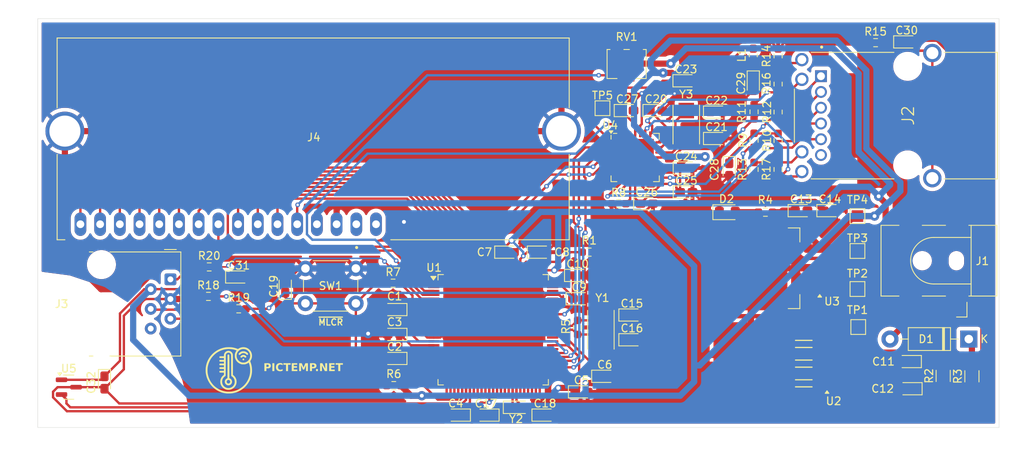
<source format=kicad_pcb>
(kicad_pcb (version 20241229) (generator "pcbnew") (generator_version "9.0")
  (title_block (title "PICTEMP.NET") (date "2024.12.06.") (company "Mechatronika, Optika és Gépészeti Informatika Tanszék") (comment 1 "Mikrovezérlők alkalmazása - BMEGEMIBMMV") (comment 3 "Dobondi-Reisz Mendel - C8GJJW") (comment 4 "Vadász Benedek - FR2CRM"))
  (layers (0 "F.Cu" signal) (2 "B.Cu" signal) (13 "F.Paste" user) (15 "B.Paste" user) (5 "F.SilkS" user "F.Silkscreen") (7 "B.SilkS" user "B.Silkscreen") (1 "F.Mask" user) (3 "B.Mask" user) (25 "Edge.Cuts" user))
  (net 0 "")
  (net 1 "Net-(U1-VDDCORE{slash}VCAP)")
  (net 2 "GND")
  (net 3 "Net-(U2-INPUT)")
  (net 4 "Net-(D1-K)")
  (net 5 "Net-(U1-RBIAS)")
  (net 6 "RE2")
  (net 8 "RB0")
  (net 12 "RE6")
  (net 16 "RE4")
  (net 17 "RH1")
  (net 25 "RB7")
  (net 30 "RH2")
  (net 48 "RE7")
  (net 49 "RD2")
  (net 50 "SDO1")
  (net 52 "SDI1")
  (net 58 "AN3")
  (net 59 "CLKO")
  (net 67 "SCK1")
  (net 68 "RD3")
  (net 70 "RE5")
  (net 71 "RE3")
  (net 72 "~{MCLR}")
  (net 75 "RE0")
  (net 76 "RE1")
  (net 78 "CLKI")
  (net 79 "RB6")
  (net 80 "RH0")
  (net 81 "/+9V")
  (net 82 "Net-(D2-A)")
  (net 83 "T1OSI")
  (net 84 "T1OSO")
  (net 85 "Net-(C19-Pad1)")
  (net 86 "Net-(U4-OSC1)")
  (net 87 "Net-(U4-OSC2)")
  (net 88 "Net-(U4-VCAP)")
  (net 89 "Net-(U4-RBIAS)")
  (net 90 "LCDVDD")
  (net 91 "TPOUT-")
  (net 92 "LEDA")
  (net 93 "LEDB")
  (net 94 "TPOUT+")
  (net 95 "TPIN+")
  (net 96 "TPIN-")
  (net 97 "Net-(C28-Pad1)")
  (net 98 "Net-(J2-TCT)")
  (net 99 "Net-(C30-Pad1)")
  (net 100 "Net-(J2-Pad7)")
  (net 101 "Net-(J2-Pad9)")
  (net 103 "Net-(J3-Pad4)")
  (net 104 "Net-(J3-Pad5)")
  (net 106 "Net-(J3-Pad1)")
  (net 107 "Net-(J4-VO)")
  (net 108 "PICVDD")
  (net 109 "Net-(U4-CLKOUT)")
  (footprint "Package_TO_SOT_SMD:SOT-23" (layer "F.Cu") (at 87.420495 126.4)
    (property "Reference" "U5")
    (property "Value" "TC1047xNB")
  )
  (footprint "footprints:LOGO_BLACK" (layer "F.Cu") (at 108 124.5)
    (property "Reference" "LOGO" (hide yes))
    (property "Value" "LOGO" (hide yes))
  )
  (footprint "Capacitor_Tantalum_SMD:CP_EIA-1608-08_AVX-J_Pad1.25x1.05mm_HandSolder" (layer "F.Cu") (at 156.5 125)
    (property "Reference" "C6")
    (property "Value" "1 μF")
  )
  (footprint "Capacitor_Tantalum_SMD:CP_EIA-1608-08_AVX-J_Pad1.25x1.05mm_HandSolder" (layer "F.Cu") (at 144 109)
    (property "Reference" "C7")
    (property "Value" "1 μF")
  )
  (footprint "Connector_RJ:RJ12_Amphenol_54601-x06_Horizontal" (layer "F.Cu") (at 100.520495 112.5 -90)
    (property "Reference" "J3")
    (property "Value" "RJ-12")
  )
  (footprint "Package_TO_SOT_SMD:TO-263-3_TabPin2" (layer "F.Cu") (at 176.820495 111.075 180)
    (property "Reference" "U3")
    (property "Value" "TC1262-3.3")
  )
  (footprint "Crystal:Crystal_SMD_Qantek_QC5CB-2Pin_5x3.2mm" (layer "F.Cu") (at 156 119 -90)
    (property "Reference" "Y1")
    (property "Value" "25 MHz")
  )
  (footprint "TestPoint:TestPoint_Pad_1.5x1.5mm" (layer "F.Cu") (at 156.207995 90.45)
    (property "Reference" "TP5")
    (property "Value" "TestPoint")
  )
  (footprint "Potentiometer_SMD:Potentiometer_Bourns_3214W_Vertical" (layer "F.Cu") (at 159.320495 84.75)
    (property "Reference" "RV1")
    (property "Value" "10 kΩ")
  )
  (footprint "Capacitor_Tantalum_SMD:CP_EIA-1608-08_AVX-J_Pad1.25x1.05mm_HandSolder" (layer "F.Cu") (at 92.020495 125.8 -90)
    (property "Reference" "C32")
    (property "Value" "1 μF")
  )
  (footprint "Capacitor_Tantalum_SMD:CP_EIA-1608-08_AVX-J_Pad1.25x1.05mm_HandSolder" (layer "F.Cu") (at 109.320495 112.2)
    (property "Reference" "C31")
    (property "Value" "1 μF")
  )
  (footprint "Capacitor_Tantalum_SMD:CP_EIA-1608-08_AVX-J_Pad1.25x1.05mm_HandSolder" (layer "F.Cu") (at 161.907995 102.75)
    (property "Reference" "C26")
    (property "Value" "1 μF")
  )
  (footprint "Resistor_SMD:R_0603_1608Metric_Pad0.98x0.95mm_HandSolder" (layer "F.Cu") (at 175.744495 94.5875 90)
    (property "Reference" "R9")
    (property "Value" "49.9 Ω")
  )
  (footprint "Resistor_SMD:R_0603_1608Metric_Pad0.98x0.95mm_HandSolder" (layer "F.Cu") (at 175.744495 98.35 -90)
    (property "Reference" "R13")
    (property "Value" "180 Ω")
  )
  (footprint "Resistor_SMD:R_0603_1608Metric_Pad0.98x0.95mm_HandSolder" (layer "F.Cu") (at 175.744495 90.9125 90)
    (property "Reference" "R11")
    (property "Value" "49.9 Ω")
  )
  (footprint "Resistor_SMD:R_0603_1608Metric_Pad0.98x0.95mm_HandSolder" (layer "F.Cu") (at 178.844495 90.9375 90)
    (property "Reference" "R12")
    (property "Value" "49.9 Ω")
  )
  (footprint "Capacitor_Tantalum_SMD:CP_EIA-1608-08_AVX-J_Pad1.25x1.05mm_HandSolder" (layer "F.Cu") (at 195.720495 126.6 180)
    (property "Reference" "C12")
    (property "Value" "220 μF")
  )
  (footprint "Capacitor_Tantalum_SMD:CP_EIA-1608-08_AVX-J_Pad1.25x1.05mm_HandSolder" (layer "F.Cu") (at 195.620495 123.1 180)
    (property "Reference" "C11")
    (property "Value" "1 μF")
  )
  (footprint "Capacitor_Tantalum_SMD:CP_EIA-1608-08_AVX-J_Pad1.25x1.05mm_HandSolder" (layer "F.Cu") (at 129.320495 122.7 180)
    (property "Reference" "C2")
    (property "Value" "1 μF")
  )
  (footprint "Inductor_SMD:L_0603_1608Metric_Pad1.05x0.95mm_HandSolder" (layer "F.Cu") (at 175.644495 83.65 -90)
    (property "Reference" "L1")
    (property "Value" "100 mH")
  )
  (footprint "footprints:BEL_08B0-1X1T-36-F" (layer "F.Cu") (at 195.544495 91.4 -90)
    (property "Reference" "J2")
    (property "Value" "08B0-1X1T-36-F")
  )
  (footprint "Resistor_SMD:R_0603_1608Metric_Pad0.98x0.95mm_HandSolder" (layer "F.Cu") (at 178.844495 94.6125 90)
    (property "Reference" "R10")
    (property "Value" "49.9 Ω")
  )
  (footprint "Diode_THT:D_DO-41_SOD81_P10.16mm_Horizontal" (layer "F.Cu") (at 203.420495 120.2 180)
    (property "Reference" "D1")
    (property "Value" "1N4006")
  )
  (footprint "Capacitor_Tantalum_SMD:CP_EIA-1608-08_AVX-J_Pad1.25x1.05mm_HandSolder" (layer "F.Cu") (at 153.5 127)
    (property "Reference" "C5")
    (property "Value" "1 μF")
  )
  (footprint "Resistor_SMD:R_1206_3216Metric_Pad1.30x1.75mm_HandSolder" (layer "F.Cu") (at 203.820495 125 90)
    (property "Reference" "R3")
    (property "Value" "2 Ω")
  )
  (footprint "Capacitor_Tantalum_SMD:CP_EIA-1608-08_AVX-J_Pad1.25x1.05mm_HandSolder" (layer "F.Cu") (at 115.320495 113.4 90)
    (property "Reference" "C19")
    (property "Value" "33 pF")
  )
  (footprint "LED_SMD:LED_0805_2012Metric_Pad1.15x1.40mm_HandSolder" (layer "F.Cu") (at 172.295495 103.85)
    (property "Reference" "D2")
    (property "Value" "PW LED")
  )
  (footprint "Resistor_SMD:R_0603_1608Metric_Pad0.98x0.95mm_HandSolder" (layer "F.Cu") (at 178.844495 83.7125 90)
    (property "Reference" "R14")
    (property "Value" "180 Ω")
  )
  (footprint "TestPoint:TestPoint_Pad_1.5x1.5mm" (layer "F.Cu") (at 189.070495 104.35 -90)
    (property "Reference" "TP4")
    (property "Value" "TestPoint")
  )
  (footprint "Capacitor_Tantalum_SMD:CP_EIA-1608-08_AVX-J_Pad1.25x1.05mm_HandSolder" (layer "F.Cu") (at 185.520495 103.65)
    (property "Reference" "C14")
    (property "Value" "47 μF")
  )
  (footprint "TestPoint:TestPoint_Pad_1.5x1.5mm" (layer "F.Cu") (at 189.170495 118.65)
    (property "Reference" "TP1")
    (property "Value" "TestPoint")
  )
  (footprint "footprints:LM2940S_5_NOPB_KTT3" (layer "F.Cu") (at 175.647895 123.365 90)
    (property "Reference" "U2")
    (property "Value" "LM2940S-5.0/NOPB")
  )
  (footprint "Capacitor_Tantalum_SMD:CP_EIA-1608-08_AVX-J_Pad1.25x1.05mm_HandSolder" (layer "F.Cu") (at 170.907995 94.35)
    (property "Reference" "C21")
    (property "Value" "33 pF")
  )
  (footprint "TestPoint:TestPoint_Pad_1.5x1.5mm" (layer "F.Cu") (at 189.070495 108.85)
    (property "Reference" "TP3")
    (property "Value" "TestPoint")
  )
  (footprint "Capacitor_Tantalum_SMD:CP_EIA-1608-08_AVX-J_Pad1.25x1.05mm_HandSolder" (layer "F.Cu") (at 163.107995 90.75)
    (property "Reference" "C20")
    (property "Value" "1 μF")
  )
  (footprint "Capacitor_Tantalum_SMD:CP_EIA-1608-08_AVX-J_Pad1.25x1.05mm_HandSolder" (layer "F.Cu") (at 166.970495 86.9125)
    (property "Reference" "C23")
    (property "Value" "1 μF")
  )
  (footprint "Capacitor_Tantalum_SMD:CP_EIA-1608-08_AVX-J_Pad1.25x1.05mm_HandSolder" (layer "F.Cu") (at 181.820495 103.65)
    (property "Reference" "C13")
    (property "Value" "1 μF")
  )
  (footprint "Capacitor_Tantalum_SMD:CP_EIA-1608-08_AVX-J_Pad1.25x1.05mm_HandSolder" (layer "F.Cu") (at 137.5 130 180)
    (property "Reference" "C4")
    (property "Value" "1 μF")
  )
  (footprint "Capacitor_Tantalum_SMD:CP_EIA-1608-08_AVX-J_Pad1.25x1.05mm_HandSolder" (layer "F.Cu") (at 141.2 130 180)
    (property "Reference" "C17")
    (property "Value" "22 pF")
  )
  (footprint "Resistor_SMD:R_0603_1608Metric_Pad0.98x0.95mm_HandSolder" (layer "F.Cu") (at 178.844495 87.3375 -90)
    (property "Reference" "R16")
    (property "Value" "10 kΩ")
  )
  (footprint "Capacitor_Tantalum_SMD:CP_EIA-1608-08_AVX-J_Pad1.25x1.05mm_HandSolder" (layer "F.Cu") (at 129.320495 116.4 180)
    (property "Reference" "C1")
    (property "Value" "10 μF")
  )
  (footprint "Capacitor_Tantalum_SMD:CP_EIA-1608-08_AVX-J_Pad1.25x1.05mm_HandSolder" (layer "F.Cu") (at 167.007995 98.15)
    (property "Reference" "C24")
    (property "Value" "1 μF")
  )
  (footprint "Package_QFP:TQFP-100_14x14mm_P0.5mm" (layer "F.Cu") (at 142.120495 119)
    (property "Reference" "U1")
    (property "Value" "PIC18F97J60-IPT")
  )
  (footprint "Resistor_SMD:R_0603_1608Metric_Pad0.98x0.95mm_HandSolder" (layer "F.Cu") (at 109.320495 116.3)
    (property "Reference" "R19")
    (property "Value" "100 Ω")
  )
  (footprint "Capacitor_Tantalum_SMD:CP_EIA-1608-08_AVX-J_Pad1.25x1.05mm_HandSolder" (layer "F.Cu") (at 195.420495 81.9)
    (property "Reference" "C30")
    (property "Value" "1 nF")
  )
  (footprint "Package_DFN_QFN:QFN-28-1EP_6x6mm_P0.65mm_EP4.8x4.8mm" (layer "F.Cu") (at 160.420495 96.8)
    (property "Reference" "U4")
    (property "Value" "ENC28J60x-ML")
  )
  (footprint "Crystal:Crystal_SMD_Qantek_QC5CB-2Pin_5x3.2mm" (layer "F.Cu") (at 167.007995 92.55 90)
    (property "Reference" "Y3")
    (property "Value" "25 MHz")
  )
  (footprint "Capacitor_Tantalum_SMD:CP_EIA-1608-08_AVX-J_Pad1.25x1.05mm_HandSolder" (layer "F.Cu") (at 148.8 130)
    (property "Reference" "C18")
    (property "Value" "22 pF")
  )
  (footprint "Capacitor_Tantalum_SMD:CP_EIA-1608-08_AVX-J_Pad1.25x1.05mm_HandSolder" (layer "F.Cu") (at 175.644495 87.325 -90)
    (property "Reference" "C29")
    (property "Value" "1 μF")
  )
  (footprint "Resistor_SMD:R_0603_1608Metric_Pad0.98x0.95mm_HandSolder" (layer "F.Cu") (at 153 118.7 -90)
    (property "Reference" "R5")
    (property "Value" "1 MΩ")
  )
  (footprint "Capacitor_Tantalum_SMD:CP_EIA-1608-08_AVX-J_Pad1.25x1.05mm_HandSolder" (layer "F.Cu") (at 160 117.1)
    (property "Reference" "C15")
    (property "Value" "33 pF")
  )
  (footprint "Capacitor_Tantalum_SMD:CP_EIA-1608-08_AVX-J_Pad1.25x1.05mm_HandSolder" (layer "F.Cu") (at 129.320495 119.6 180)
    (property "Reference" "C3")
    (property "Value" "1 μF")
  )
  (footprint "TestPoint:TestPoint_Pad_1.5x1.5mm" (layer "F.Cu") (at 189.070495 113.75)
    (property "Reference" "TP2")
    (property "Value" "TestPoint")
  )
  (footprint "Resistor_SMD:R_0603_1608Metric_Pad0.98x0.95mm_HandSolder" (layer "F.Cu") (at 105.420495 114.7)
    (property "Reference" "R18")
    (property "Value" "100 Ω")
  )
  (footprint "Capacitor_Tantalum_SMD:CP_EIA-1608-08_AVX-J_Pad1.25x1.05mm_HandSolder" (layer "F.Cu") (at 153.2 115)
    (property "Reference" "C9")
    (property "Value" "1 μF")
  )
  (footprint "Resistor_SMD:R_0603_1608Metric_Pad0.98x0.95mm_HandSolder" (layer "F.Cu") (at 105.520495 110.9)
    (property "Reference" "R20")
    (property "Value" "100 Ω")
  )
  (footprint "Capacitor_Tantalum_SMD:CP_EIA-1608-08_AVX-J_Pad1.25x1.05mm_HandSolder" (layer "F.Cu") (at 167.007995 101.25)
    (property "Reference" "C25")
    (property "Value" "1 μF")
  )
  (footprint "Resistor_SMD:R_0603_1608Metric_Pad0.98x0.95mm_HandSolder" (layer "F.Cu") (at 154.5 109 180)
    (property "Reference" "R1")
    (property "Value" "2.26 kΩ")
  )
  (footprint "Resistor_SMD:R_0603_1608Metric_Pad0.98x0.95mm_HandSolder" (layer "F.Cu") (at 158.295495 102.75)
    (property "Reference" "R8")
    (property "Value" "2.26 kΩ")
  )
  (footprint "Resistor_SMD:R_0603_1608Metric_Pad0.98x0.95mm_HandSolder" (layer "F.Cu") (at 129.220495 113)
    (property "Reference" "R7")
    (property "Value" "1 kΩ")
  )
  (footprint "footprints:LCD_LCM-S01602DTR_M" (layer "F.Cu") (at 118.920495 94.4)
    (property "Reference" "J4")
    (property "Value" "LCM-S01602DTR_M")
  )
  (footprint "Capacitor_Tantalum_SMD:CP_EIA-1608-08_AVX-J_Pad1.25x1.05mm_HandSolder" (layer "F.Cu") (at 153 112)
    (property "Reference" "C10")
    (property "Value" "1 μF")
  )
  (footprint "Capacitor_Tantalum_SMD:CP_EIA-1608-08_AVX-J_Pad1.25x1.05mm_HandSolder" (layer "F.Cu") (at 160 120.29)
    (property "Reference" "C16")
    (property "Value" "33 pF")
  )
  (footprint "Connector_BarrelJack:BarrelJack_CLIFF_FC681465S_SMT_Horizontal" (layer "F.Cu") (at 198.920495 110.1 180)
    (property "Reference" "J1")
    (property "Value" "Barrel Jack")
  )
  (footprint "Resistor_SMD:R_0603_1608Metric_Pad0.98x0.95mm_HandSolder" (layer "F.Cu") (at 178.844495 98.3375 -90)
    (property "Reference" "R17")
    (property "Value" "10 kΩ")
  )
  (footprint "Resistor_SMD:R_1206_3216Metric_Pad1.30x1.75mm_HandSolder" (layer "F.Cu") (at 200.120495 124.95 90)
    (property "Reference" "R2")
    (property "Value" "2 Ω")
  )
  (footprint "Button_Switch_THT:SW_PUSH_6mm" (layer "F.Cu") (at 117.920495 111.1)
    (property "Reference" "SW1")
    (property "Value" "SW_Push")
  )
  (footprint "Resistor_SMD:R_0603_1608Metric_Pad0.98x0.95mm_HandSolder" (layer "F.Cu") (at 129.307995 126.2 180)
    (property "Reference" "R6")
    (property "Value" "4.7 kΩ")
  )
  (footprint "Capacitor_Tantalum_SMD:CP_EIA-1608-08_AVX-J_Pad1.25x1.05mm_HandSolder" (layer "F.Cu") (at 172.544495 98.35 -90)
    (property "Reference" "C28")
    (property "Value" "1 μF")
  )
  (footprint "Capacitor_Tantalum_SMD:CP_EIA-1608-08_AVX-J_Pad1.25x1.05mm_HandSolder" (layer "F.Cu") (at 148.2 109)
    (property "Reference" "C8")
    (property "Value" "1 μF")
  )
  (footprint "Capacitor_Tantalum_SMD:CP_EIA-1608-08_AVX-J_Pad1.25x1.05mm_HandSolder" (layer "F.Cu") (at 159.407995 90.75)
    (property "Reference" "C27")
    (property "Value" "1 μF")
  )
  (footprint "Resistor_SMD:R_0603_1608Metric_Pad0.98x0.95mm_HandSolder" (layer "F.Cu") (at 191.407995 82)
    (property "Reference" "R15")
    (property "Value" "1 MΩ")
  )
  (footprint "Capacitor_Tantalum_SMD:CP_EIA-1608-08_AVX-J_Pad1.25x1.05mm_HandSolder" (layer "F.Cu") (at 170.907995 90.95)
    (property "Reference" "C22")
    (property "Value" "33 pF")
  )
  (footprint "Crystal:Crystal_SMD_TXC_9HT11-2Pin_2.0x1.2mm_HandSoldering" (layer "F.Cu") (at 145.075 129)
    (property "Reference" "Y2")
    (property "Value" "32 kHz")
  )
  (footprint "Resistor_SMD:R_0603_1608Metric_Pad0.98x0.95mm_HandSolder" (layer "F.Cu") (at 177.207995 103.85)
    (property "Reference" "R4")
    (property "Value" "180 Ω")
  )
  (gr_rect (start 83.420495 78.9) (end 207.320495 131.6) (stroke (width 0.05)) (fill no) (layer "Edge.Cuts"))
  (gr_text "~{MLCR}" (at 119.5 118.5 0) (layer "F.SilkS") (effects (font (size 0.8 0.8) (thickness 0.16) (bold yes)) (justify left bottom)))
  (gr_text "PICTEMP.NET" (at 112.5 124.5 0) (layer "F.SilkS") (effects (font (size 1 1) (thickness 0.2) (bold yes)) (justify left bottom)))
  (segment (start 130.745495 118.725) (end 130.120495 118.1) (width 0.3) (layer "F.Cu") (net 1))
  (segment (start 132.520495 120.5) (end 131.095495 119.075) (width 0.3) (layer "F.Cu") (net 1))
  (segment (start 131.095495 119.069544) (end 130.750951 118.725) (width 0.3) (layer "F.Cu") (net 1))
  (segment (start 131.095495 119.075) (end 131.095495 119.069544) (width 0.3) (layer "F.Cu") (net 1))
  (segment (start 130.750951 118.725) (end 130.745495 118.725) (width 0.3) (layer "F.Cu") (net 1))
  (segment (start 130.120495 118.1) (end 130.120495 116.4) (width 0.3) (layer "F.Cu") (net 1))
  (segment (start 134.457995 120.5) (end 132.520495 120.5) (width 0.3) (layer "F.Cu") (net 1))
  (segment (start 183.670495 118.65) (end 182.570495 119.75) (width 0.8) (layer "F.Cu") (net 2))
  (segment (start 154.3 127) (end 151.3 130) (width 0.3) (layer "F.Cu") (net 2))
  (segment (start 126.1 119.6) (end 126 119.5) (width 0.8) (layer "F.Cu") (net 2))
  (segment (start 93.920495 128.5) (end 92.020495 126.6) (width 0.3) (layer "F.Cu") (net 2))
  (segment (start 145.120495 109.320495) (end 144.8 109) (width 0.3) (layer "F.Cu") (net 2))
  (segment (start 153.124 115.876) (end 151.76913 115.876) (width 0.3) (layer "F.Cu") (net 2))
  (segment (start 183.745495 104.775) (end 185.454505 104.775) (width 0.8) (layer "F.Cu") (net 2))
  (segment (start 184.470495 111.075) (end 175.320495 111.075) (width 0.8) (layer "F.Cu") (net 2))
  (segment (start 156.820495 81.9) (end 159.170495 81.9) (width 0.8) (layer "F.Cu") (net 2))
  (segment (start 150.920495 93.4) (end 150.920495 87.8) (width 0.8) (layer "F.Cu") (net 2))
  (segment (start 143.120495 125.8) (end 143.120495 126.6625) (width 0.3) (layer "F.Cu") (net 2))
  (segment (start 138.620495 125.8) (end 138.620495 126.6625) (width 0.3) (layer "F.Cu") (net 2))
  (segment (start 116.820495 111.1) (end 115.320495 112.6) (width 0.8) (layer "F.Cu") (net 2))
  (segment (start 110.120495 112.2) (end 114.920495 112.2) (width 0.8) (layer "F.Cu") (net 2))
  (segment (start 163.907995 90.75) (end 163.932995 90.75) (width 0.3) (layer "F.Cu") (net 2))
  (segment (start 153.8 112) (end 155.4125 110.3875) (width 0.3) (layer "F.Cu") (net 2))
  (segment (start 172.620495 108.375) (end 175.320495 111.075) (width 0.8) (layer "F.Cu") (net 2))
  (segment (start 167.807995 98.15) (end 167.807995 101.25) (width 0.3) (layer "F.Cu") (net 2))
  (segment (start 195.595495 127.8) (end 204.804505 127.8) (width 0.8) (layer "F.Cu") (net 2))
  (segment (start 205.295495 107.975) (end 201.920495 104.6) (width 0.8) (layer "F.Cu") (net 2))
  (segment (start 179.695495 119.165) (end 175.495495 123.365) (width 0.8) (layer "F.Cu") (net 2))
  (segment (start 190.585495 123.365) (end 193.820495 126.6) (width 0.8) (layer "F.Cu") (net 2))
  (segment (start 195.920495 104.6) (end 201.920495 104.6) (width 0.8) (layer "F.Cu") (net 2))
  (segment (start 163.407995 96.8) (end 165.265101 96.8) (width 0.3) (layer "F.Cu") (net 2))
  (segment (start 149.826 108.174) (end 154.5865 108.174) (width 0.3) (layer "F.Cu") (net 2))
  (segment (start 138.620495 125.82188) (end 138.373615 125.575) (width 0.3) (layer "F.Cu") (net 2))
  (segment (start 157.3 125) (end 155.3 127) (width 0.3) (layer "F.Cu") (net 2))
  (segment (start 86.920495 109.107336) (end 91.582829 113.76967) (width 0.8) (layer "F.Cu") (net 2))
  (segment (start 178.844495 82.8) (end 180.469495 81.175) (width 0.3) (layer "F.Cu") (net 2))
  (segment (start 175.320495 111.075) (end 175.320495 123.19) (width 0.8) (layer "F.Cu") (net 2))
  (segment (start 143.620495 112.3) (end 143.620495 111.3375) (width 0.3) (layer "F.Cu") (net 2))
  (segment (start 153.8 112) (end 154.4 112.6) (width 0.3) (layer "F.Cu") (net 2))
  (segment (start 130.620495 105.1) (end 128.370495 102.85) (width 0.8) (layer "F.Cu") (net 2))
  (segment (start 144.873615 112.425) (end 143.745495 112.425) (width 0.3) (layer "F.Cu") (net 2))
  (segment (start 170.444495 101.25) (end 172.544495 99.15) (width 0.3) (layer "F.Cu") (net 2))
  (segment (start 171.270495 103.85) (end 170.407995 103.85) (width 0.3) (layer "F.Cu") (net 2))
  (segment (start 110.120495 112.2) (end 110.120495 112.45901) (width 0.8) (layer "F.Cu") (net 2))
  (segment (start 151.3 130) (end 149.6 130) (width 0.3) (layer "F.Cu") (net 2))
  (segment (start 162.707995 102.75) (end 161.832995 103.625) (width 0.3) (layer "F.Cu") (net 2))
  (segment (start 160.207995 89.614341) (end 161.272336 88.55) (width 0.3) (layer "F.Cu") (net 2))
  (segment (start 171.030495 118.9) (end 175.495495 123.365) (width 0.3) (layer "F.Cu") (net 2))
  (segment (start 108.345495 109.825) (end 110.120495 111.6) (width 0.8) (layer "F.Cu") (net 2))
  (segment (start 117.920495 111.1) (end 116.820495 111.1) (width 0.8) (layer "F.Cu") (net 2))
  (segment (start 143.120495 126.6625) (end 143.120495 125.82188) (width 0.3) (layer "F.Cu") (net 2))
  (segment (start 159.170495 81.9) (end 160.570495 83.3) (width 0.8) (layer "F.Cu") (net 2))
  (segment (start 166.132995 88.55) (end 167.770495 86.9125) (width 0.3) (layer "F.Cu") (net 2))
  (segment (start 148.724 130.876) (end 149.6 130) (width 0.3) (layer "F.Cu") (net 2))
  (segment (start 175.631995 99.15) (end 175.744495 99.2625) (width 0.3) (layer "F.Cu") (net 2))
  (segment (start 145.676 108.124) (end 148.124 108.124) (width 0.3) (layer "F.Cu") (net 2))
  (segment (start 148.820495 120.5) (end 148.695495 120.375) (width 0.3) (layer "F.Cu") (net 2))
  (segment (start 85.982817 126.4) (end 85.394495 126.988322) (width 0.3) (layer "F.Cu") (net 2))
  (segment (start 158.257995 103.625) (end 157.382995 102.75) (width 0.3) (layer "F.Cu") (net 2))
  (segment (start 201.494495 104.174) (end 201.494495 83.591644) (width 0.8) (layer "F.Cu") (net 2))
  (segment (start 171.707995 94.35) (end 171.707995 90.95) (width 0.3) (layer "F.Cu") (net 2))
  (segment (start 143.120495 125.82188) (end 148.442375 120.5) (width 0.3) (layer "F.Cu") (net 2))
  (segment (start 171.707995 90.95) (end 172.819495 90.95) (width 0.3) (layer "F.Cu") (net 2))
  (segment (start 88.357995 126.4) (end 85.982817 126.4) (width 0.3) (layer "F.Cu") (net 2))
  (segment (start 161.070495 97.45) (end 160.420495 96.8) (width 0.3) (layer "F.Cu") (net 2))
  (segment (start 171.419887 125.380113) (end 173.480382 125.380113) (width 0.3) (layer "F.Cu") (net 2))
  (segment (start 171.707995 90.95) (end 171.707995 90.85) (width 0.3) (layer "F.Cu") (net 2))
  (segment (start 143.620495 112.17812) (end 138.798615 117) (width 0.3) (layer "F.Cu") (net 2))
  (segment (start 186.360181 103.65) (end 186.320495 103.65) (width 0.8) (layer "F.Cu") (net 2))
  (segment (start 96.057494 113.76967) (end 100.002164 109.825) (width 0.8) (layer "F.Cu") (net 2))
  (segment (start 170.357995 95.7) (end 171.707995 94.35) (width 0.3) (layer "F.Cu") (net 2))
  (segment (start 194.820495 123.1) (end 194.820495 126.5) (width 0.8) (layer "F.Cu") (net 2))
  (segment (start 199.402851 81.5) (end 196.620495 81.5) (width 0.8) (layer "F.Cu") (net 2))
  (segment (start 186.320495 103.90901) (end 186.320495 103.65) (width 0.8) (layer "F.Cu") (net 2))
  (segment (start 102.480495 115.04) (end 100.520495 115.04) (width 0.8) (layer "F.Cu") (net 2))
  (segment (start 158.470495 98.75) (end 160.420495 96.8) (width 0.3) (layer "F.Cu") (net 2))
  (segment (start 137.745495 125.575) (end 137.620495 125.7) (width 0.3) (layer "F.Cu") (net 2))
  (segment (start 157.432995 98.75) (end 158.470495 98.75) (width 0.3) (layer "F.Cu") (net 2))
  (segment (start 151.424 115.53087) (end 151.424 115.298971) (width 0.3) (layer "F.Cu") (net 2))
  (segment (start 161.970495 81.9) (end 160.570495 83.3) (width 0.3) (layer "F.Cu") (net 2))
  (segment (start 109.210495 113.36901) (end 104.151485 113.36901) (width 0.8) (layer "F.Cu") (net 2))
  (segment (start 135.545495 117.24688) (end 135.545495 119.75312) (width 0.3) (layer "F.Cu") (net 2))
  (segment (start 121.940495 103.48) (end 121.940495 105.4) (width 0.8) (layer "F.Cu") (net 2))
  (segment (start 194.920495 126.6) (end 194.920495 127.125) (width 0.8) (layer "F.Cu") (net 2))
  (segment (start 160.207995 90.75) (end 160.207995 89.614341) (width 0.3) (layer "F.Cu") (net 2))
  (segment (start 194.820495 126.5) (end 194.920495 126.6) (width 0.8) (layer "F.Cu") (net 2))
  (segment (start 154 115) (end 153.124 115.876) (width 0.3) (layer "F.Cu") (net 2))
  (segment (start 190.510181 99.5) (end 186.360181 103.65) (width 0.8) (layer "F.Cu") (net 2))
  (segment (start 131.095495 115.869544) (end 130.750951 115.525) (width 0.3) (layer "F.Cu") (net 2))
  (segment (start 189.170495 118.65) (end 183.670495 118.65) (width 0.8) (layer "F.Cu") (net 2))
  (segment (start 149 109) (end 149.826 108.174) (width 0.3) (layer "F.Cu") (net 2))
  (segment (start 150.920495 87.8) (end 156.820495 81.9) (width 0.8) (layer "F.Cu") (net 2))
  (segment (start 87.182817 129.5) (end 136.2 129.5) (width 0.3) (layer "F.Cu") (net 2))
  (segment (start 163.01 122.5) (end 174.630495 122.5) (width 0.3) (layer "F.Cu") (net 2))
  (segment (start 185.454505 104.775) (end 186.320495 103.90901) (width 0.8) (layer "F.Cu") (net 2))
  (segment (start 194.920495 127.125) (end 195.595495 127.8) (width 0.8) (layer "F.Cu") (net 2))
  (segment (start 171.707995 90.85) (end 167.770495 86.9125) (width 0.3) (layer "F.Cu") (net 2))
  (segment (start 160.8 117.1) (end 160.8 120.29) (width 0.3) (layer "F.Cu") (net 2))
  (segment (start 92.020495 126.6) (end 94.520495 124.1) (width 0.3) (layer "F.Cu") (net 2))
  (segment (start 138.620495 128.043306) (end 138.163801 128.5) (width 0.3) (layer "F.Cu") (net 2))
  (segment (start 138.620495 126.6625) (end 138.620495 125.82188) (width 0.3) (layer "F.Cu") (net 2))
  (segment (start 153.8 114.8) (end 154 115) (width 0.3) (layer "F.Cu") (net 2))
  (segment (start 149.782995 114.5) (end 148.942375 114.5) (width 0.3) (layer "F.Cu") (net 2))
  (segment (start 145.120495 112.17812) (end 144.873615 112.425) (width 0.3) (layer "F.Cu") (net 2))
  (segment (start 130.750951 115.525) (end 129.395495 115.525) (width 0.3) (layer "F.Cu") (net 2))
  (segment (start 138.798615 117) (end 134.457995 117) (width 0.3) (layer "F.Cu") (net 2))
  (segment (start 139.5 130.9) (end 140.4 130) (width 0.3) (layer "F.Cu") (net 2))
  (segment (start 193.295495 81.025) (end 192.320495 82) (width 0.3) (layer "F.Cu") (net 2))
  (segment (start 159.770495 93.8125) (end 159.770495 96.15) (width 0.3) (layer "F.Cu") (net 2))
  (segment (start 163.407995 96.8) (end 160.420495 96.8) (width 0.3) (layer "F.Cu") (net 2))
  (segment (start 193.670495 127.85) (end 194.920495 126.6) (width 0.8) (layer "F.Cu") (net 2))
  (segment (start 150.920495 93.4) (end 86.920495 93.4) (width 0.8) (layer "F.Cu") (net 2))
  (segment (start 141.367375 125.575) (end 142.895495 125.575) (width 0.3) (layer "F.Cu") (net 2))
  (segment (start 201.494495 83.591644) (end 199.402851 81.5) (width 0.8) (layer "F.Cu") (net 2))
  (segment (start 196.220495 81.9) (end 195.345495 81.025) (width 0.3) (layer "F.Cu") (net 2))
  (segment (start 135.298615 117) (end 135.545495 117.24688) (width 0.3) (layer "F.Cu") (net 2))
  (segment (start 153.8 112) (end 153.8 114.8) (width 0.3) (layer "F.Cu") (net 2))
  (segment (start 104.151485 113.36901) (end 102.480495 115.04) (width 0.8) (layer "F.Cu") (net 2))
  (segment (start 201.920495 104.6) (end 201.494495 104.174) (width 0.8) (layer "F.Cu") (net 2))
  (segment (start 133.617375 120) (end 131.095495 117.47812) (width 0.3) (layer "F.Cu") (net 2))
  (segment (start 182.570495 121.8802) (end 184.055295 123.365) (width 0.8) (layer "F.Cu") (net 2))
  (segment (start 162.370495 99.7875) (end 162.370495 98.75) (width 0.3) (layer "F.Cu") (net 2))
  (segment (start 195.920495 101.344184) (end 194.076311 99.5) (width 0.8) (layer "F.Cu") (net 2))
  (segment (start 96.680495 115.04) (end 100.520495 115.04) (width 0.3) (layer "F.Cu") (net 2))
  (segment (start 149.782995 114.5) (end 150.625029 114.5) (width 0.3) (layer "F.Cu") (net 2))
  (segment (start 155.4125 110.3875) (end 155.4125 109) (width 0.3) (layer "F.Cu") (net 2))
  (segment (start 167.807995 101.25) (end 170.444495 101.25) (width 0.3) (layer "F.Cu") (net 2))
  (segment (start 195.345495 81.025) (end 193.295495 81.025) (width 0.3) (layer "F.Cu") (net 2))
  (segment (start 161.832995 103.625) (end 158.257995 103.625) (width 0.3) (layer "F.Cu") (net 2))
  (segment (start 143.745495 112.425) (end 143.620495 112.3) (width 0.3) (layer "F.Cu") (net 2))
  (segment (start 136.7 130) (end 137.6 130.9) (width 0.3) (layer "F.Cu") (net 2))
  (segment (start 163.932995 90.75) (end 167.770495 86.9125) (width 0.3) (layer "F.Cu") (net 2))
  (segment (start 165.5 88.55) (end 166.132995 88.55) (width 0.3) (layer "F.Cu") (net 2))
  (segment (start 141.120495 125.82188) (end 140.873615 125.575) (width 0.3) (layer "F.Cu") (net 2))
  (segment (start 140.873615 125.575) (end 138.845495 125.575) (width 0.3) (layer "F.Cu") (net 2))
  (segment (start 94.520495 124.1) (end 94.520495 117.2) (width 0.3) (layer "F.Cu") (net 2))
  (segment (start 160.8 117.1) (end 169.645495 117.1) (width 0.3) (layer "F.Cu") (net 2))
  (segment (start 159.770495 96.15) (end 160.420495 96.8) (width 0.3) (layer "F.Cu") (net 2))
  (segment (start 163.407995 97.45) (end 161.070495 97.45) (width 0.3) (layer "F.Cu") (net 2))
  (segment (start 170.407995 103.85) (end 167.807995 101.25) (width 0.3) (layer "F.Cu") (net 2))
  (segment (start 91.820495 126.4) (end 92.020495 126.6) (width 0.3) (layer "F.Cu") (net 2))
  (segment (start 143.620495 111.3375) (end 143.620495 112.17812) (width 0.3) (layer "F.Cu") (net 2))
  (segment (start 91.582829 113.76967) (end 96.057494 113.76967) (width 0.8) (layer "F.Cu") (net 2))
  (segment (start 129.395495 115.525) (end 128.520495 116.4) (width 0.3) (layer "F.Cu") (net 2))
  (segment (start 174.630495 122.5) (end 175.495495 123.365) (width 0.3) (layer "F.Cu") (net 2))
  (segment (start 145.120495 111.3375) (end 145.120495 112.17812) (width 0.3) (layer "F.Cu") (net 2))
  (segment (start 128.520495 122.7) (end 128.520495 116.4) (width 0.8) (layer "F.Cu") (net 2))
  (segment (start 204.804505 127.8) (end 205.295495 127.30901) (width 0.8) (layer "F.Cu") (net 2))
  (segment (start 138.163801 128.5) (end 93.920495 128.5) (width 0.3) (layer "F.Cu") (net 2))
  (segment (start 158.7 115) (end 160.8 117.1) (width 0.3) (layer "F.Cu") (net 2))
  (segment (start 180.469495 81.175) (end 191.495495 81.175) (width 0.3) (layer "F.Cu") (net 2))
  (segment (start 193.820495 126.6) (end 194.920495 126.6) (width 0.8) (layer "F.Cu") (net 2))
  (segment (start 135.545495 119.75312) (end 135.298615 120) (width 0.3) (layer "F.Cu") (net 2))
  (segment (start 166.307995 102.75) (end 162.707995 102.75) (width 0.3) (layer "F.Cu") (net 2))
  (segment (start 110.120495 112.45901) (end 109.210495 113.36901) (width 0.8) (layer "F.Cu") (net 2))
  (segment (start 148.695495 117.75312) (end 148.695495 114.74688) (width 0.3) (layer "F.Cu") (net 2))
  (segment (start 156.90144 102.75) (end 156.221094 102.069654) (width 0.3) (layer "F.Cu") (net 2))
  (segment (start 175.320495 123.19) (end 175.495495 123.365) (width 0.8) (layer "F.Cu") (net 2))
  (segment (start 171.220495 106.975) (end 175.320495 111.075) (width 0.8) (layer "F.Cu") (net 2))
  (segment (start 88.357995 126.4) (end 91.820495 126.4) (width 0.3) (layer "F.Cu") (net 2))
  (segment (start 128.370495 102.85) (end 122.570495 102.85) (width 0.8) (layer "F.Cu") (net 2))
  (segment (start 135.298615 120) (end 134.457995 120) (width 0.3) (layer "F.Cu") (net 2))
  (segment (start 138.620495 126.6625) (end 138.620495 128.043306) (width 0.3) (layer "F.Cu") (net 2))
  (segment (start 171.695495 109.5) (end 172.895495 108.3) (width 0.3) (layer "F.Cu") (net 2))
  (segment (start 162.370495 98.75) (end 160.420495 96.8) (width 0.3) (layer "F.Cu") (net 2))
  (segment (start 182.570495 119.75) (end 182.570495 121.8802) (width 0.8) (layer "F.Cu") (net 2))
  (segment (start 166.365101 95.7) (end 170.357995 95.7) (width 0.3) (layer "F.Cu") (net 2))
  (segment (start 205.295495 127.30901) (end 205.295495 107.975) (width 0.8) (layer "F.Cu") (net 2))
  (segment (start 140.4 130) (end 141.276 130.876) (width 0.3) (layer "F.Cu") (net 2))
  (segment (start 195.920495 101.6) (end 195.920495 101.344184) (width 0.8) (layer "F.Cu") (net 2))
  (segment (start 155.3 127) (end 154.3 127) (width 0.3) (layer "F.Cu") (net 2))
  (segment (start 86.920495 93.4) (end 86.920495 109.107336) (width 0.8) (layer "F.Cu") (net 2))
  (segment (start 171.270495 106.675) (end 172.895495 108.3) (width 0.3) (layer "F.Cu") (net 2))
  (segment (start 145.120495 111.3375) (end 145.120495 109.320495) (width 0.3) (layer "F.Cu") (net 2))
  (segment (start 137.6 130.9) (end 139.5 130.9) (width 0.3) (layer "F.Cu") (net 2))
  (segment (start 138.373615 125.575) (end 137.745495 125.575) (width 0.3) (layer "F.Cu") (net 2))
  (segment (start 151.424 115.298971) (end 150.625029 114.5) (width 0.3) (layer "F.Cu") (net 2))
  (segment (start 157.382995 102.75) (end 156.90144 102.75) (width 0.3) (layer "F.Cu") (net 2))
  (segment (start 110.120495 111.6) (end 110.120495 112.2) (width 0.8) (layer "F.Cu") (net 2))
  (segment (start 94.520495 117.2) (end 96.680495 115.04) (width 0.3) (layer "F.Cu") (net 2))
  (segment (start 191.495495 81.175) (end 192.320495 82) (width 0.3) (layer "F.Cu") (net 2))
  (segment (start 195.920495 101.6) (end 195.920495 104.6) (width 0.8) (layer "F.Cu") (net 2))
  (segment (start 173.480382 125.380113) (end 175.495495 123.365) (width 0.3) (layer "F.Cu") (net 2))
  (segment (start 169.645495 117.1) (end 172.895495 113.85) (width 0.3) (layer "F.Cu") (net 2))
  (segment (start 160.8 121.5) (end 157.3 125) (width 0.3) (layer "F.Cu") (net 2))
  (segment (start 137.620495 125.7) (end 137.620495 126.6625) (width 0.3) (layer "F.Cu") (net 2))
  (segment (start 171.645495 112.6) (end 172.895495 113.85) (width 0.3) (layer "F.Cu") (net 2))
  (segment (start 172.819495 90.95) (end 175.644495 88.125) (width 0.3) (layer "F.Cu") (net 2))
  (segment (start 145.367375 112.425) (end 145.120495 112.17812) (width 0.3) (layer "F.Cu") (net 2))
  (segment (start 131.095495 117.47812) (end 131.095495 115.869544) (width 0.3) (layer "F.Cu") (net 2))
  (segment (start 134.457995 117) (end 135.298615 117) (width 0.3) (layer "F.Cu") (net 2))
  (segment (start 160.8 120.29) (end 160.8 121.5) (width 0.3) (layer "F.Cu") (net 2))
  (segment (start 185.325295 123.365) (end 190.585495 123.365) (width 0.8) (layer "F.Cu") (net 2))
  (segment (start 85.394495 127.711678) (end 87.182817 129.5) (width 0.3) (layer "F.Cu") (net 2))
  (segment (start 178.844495 82.8) (end 177.944495 81.9) (width 0.3) (layer "F.Cu") (net 2))
  (segment (start 196.620495 81.5) (end 196.220495 81.9) (width 0.8) (layer "F.Cu") (net 2))
  (segment (start 114.920495 112.2) (end 115.320495 112.6) (width 0.8) (layer "F.Cu") (net 2))
  (segment (start 148.695495 114.74688) (end 148.942375 114.5) (width 0.3) (layer "F.Cu") (net 2))
  (segment (start 138.845495 125.575) (end 138.620495 125.8) (width 0.3) (layer "F.Cu") (net 2))
  (segment (start 85.394495 126.988322) (end 85.394495 127.711678) (width 0.3) (layer "F.Cu") (net 2))
  (segment (start 154.5865 108.174) (end 155.4125 109) (width 0.3) (layer "F.Cu") (net 2))
  (segment (start 115.320495 112.1) (end 115.320495 112.6) (width 0.3) (layer "F.Cu") (net 2))
  (segment (start 149.782995 118) (end 148.942375 118) (width 0.3) (layer "F.Cu") (net 2))
  (segment (start 179.980495 127.85) (end 193.670495 127.85) (width 0.8) (layer "F.Cu") (net 2))
  (segment (start 148.695495 120.375) (end 148.695495 118.24688) (width 0.3) (layer "F.Cu") (net 2))
  (segment (start 160.8 120.29) (end 163.01 122.5) (width 0.3) (layer "F.Cu") (net 2))
  (segment (start 194.076311 99.5) (end 190.510181 99.5) (width 0.8) (layer "F.Cu") (net 2))
  (segment (start 144.8 109) (end 145.676 108.124) (width 0.3) (layer "F.Cu") (net 2))
  (segment (start 165.265101 96.8) (end 166.365101 95.7) (width 0.3) (layer "F.Cu") (net 2))
  (segment (start 167.807995 101.25) (end 166.307995 102.75) (width 0.3) (layer "F.Cu") (net 2))
  (segment (start 122.570495 102.85) (end 121.940495 103.48) (width 0.8) (layer "F.Cu") (net 2))
  (segment (start 148.942375 118) (end 148.695495 117.75312) (width 0.3) (layer "F.Cu") (net 2))
  (segment (start 156.221094 102.069654) (end 156.221094 99.961901) (width 0.3) (layer "F.Cu") (net 2))
  (segment (start 148.942375 114.5) (end 146.620495 112.17812) (width 0.3) (layer "F.Cu") (net 2))
  (segment (start 141.120495 125.82188) (end 141.367375 125.575) (width 0.3) (layer "F.Cu") (net 2))
  (segment (start 151.76913 115.876) (end 151.424 115.53087) (width 0.3) (layer "F.Cu") (net 2))
  (segment (start 184.055295 123.365) (end 185.325295 123.365) (width 0.8) (layer "F.Cu") (net 2))
  (segment (start 154 115) (end 158.7 115) (width 0.3) (layer "F.Cu") (net 2))
  (segment (start 100.002164 109.825) (end 108.345495 109.825) (width 0.8) (layer "F.Cu") (net 2))
  (segment (start 142.895495 125.575) (end 143.120495 125.8) (width 0.3) (layer "F.Cu") (net 2))
  (segment (start 177.944495 81.9) (end 161.970495 81.9) (width 0.3) (layer "F.Cu") (net 2))
  (segment (start 172.544495 99.15) (end 175.631995 99.15) (width 0.3) (layer "F.Cu") (net 2))
  (segment (start 141.276 130.876) (end 148.724 130.876) (width 0.3) (layer "F.Cu") (net 2))
  (segment (start 148.695495 118.24688) (end 148.942375 118) (width 0.3) (layer "F.Cu") (net 2))
  (segment (start 146.620495 111.3375) (end 146.620495 112.17812) (width 0.3) (layer "F.Cu") (net 2))
  (segment (start 148.442375 120.5) (end 148.820495 120.5) (width 0.3) (layer "F.Cu") (net 2))
  (segment (start 171.270495 103.85) (end 171.270495 106.675) (width 0.3) (layer "F.Cu") (net 2))
  (segment (start 182.620495 103.65) (end 183.745495 104.775) (width 0.8) (layer "F.Cu") (net 2))
  (segment (start 148.820495 120.5) (end 149.782995 120.5) (width 0.3) (layer "F.Cu") (net 2))
  (segment (start 156.221094 99.961901) (end 157.432995 98.75) (width 0.3) (layer "F.Cu") (net 2))
  (segment (start 174.130495 122) (end 175.495495 123.365) (width 0.3) (layer "F.Cu") (net 2))
  (segment (start 134.457995 120) (end 133.617375 120) (width 0.3) (layer "F.Cu") (net 2))
  (segment (start 146.620495 112.17812) (end 146.373615 112.425) (width 0.3) (layer "F.Cu") (net 2))
  (segment (start 128.520495 119.6) (end 126.1 119.6) (width 0.8) (layer "F.Cu") (net 2))
  (segment (start 154.4 112.6) (end 171.645495 112.6) (width 0.3) (layer "F.Cu") (net 2))
  (segment (start 175.495495 123.365) (end 179.980495 127.85) (width 0.8) (layer "F.Cu") (net 2))
  (segment (start 117.920495 111.1) (end 124.420495 111.1) (width 0.8) (layer "F.Cu") (net 2))
  (segment (start 136.2 129.5) (end 136.7 130) (width 0.3) (layer "F.Cu") (net 2))
  (segment (start 146.373615 112.425) (end 145.367375 112.425) (width 0.3) (layer "F.Cu") (net 2))
  (segment (start 148.124 108.124) (end 149 109) (width 0.3) (layer "F.Cu") (net 2))
  (via (at 126 119.5) (size 1.2) (drill 0.5) (layers "F.Cu" "B.Cu") (net 2))
  (via (at 161.272336 88.55) (size 0.6) (drill 0.3) (layers "F.Cu" "B.Cu") (net 2))
  (via (at 130.620495 105.1) (size 1.2) (drill 0.5) (layers "F.Cu" "B.Cu") (net 2))
  (via (at 165.5 88.55) (size 0.6) (drill 0.3) (layers "F.Cu" "B.Cu") (net 2))
  (segment (start 129.893288 111.1) (end 130.620495 110.372793) (width 0.8) (layer "B.Cu") (net 2))
  (segment (start 115.247702 119.5) (end 112.320495 116.572793) (width 0.8) (layer "B.Cu") (net 2))
  (segment (start 126 119.5) (end 115.247702 119.5) (width 0.8) (layer "B.Cu") (net 2))
  (segment (start 112.320495 115.285787) (end 112.320495 116.572793) (width 0.8) (layer "B.Cu") (net 2))
  (segment (start 165.5 88.55) (end 161.272336 88.55) (width 0.3) (layer "B.Cu") (net 2))
  (segment (start 116.506282 111.1) (end 112.320495 115.285787) (width 0.8) (layer "B.Cu") (net 2))
  (segment (start 117.920495 111.1) (end 129.893288 111.1) (width 0.8) (layer "B.Cu") (net 2))
  (segment (start 117.920495 111.1) (end 116.506282 111.1) (width 0.8) (layer "B.Cu") (net 2))
  (segment (start 130.620495 110.372793) (end 130.620495 105.1) (width 0.8) (layer "B.Cu") (net 2))
  (segment (start 196.420495 123.1) (end 196.420495 122.8) (width 0.8) (layer "F.Cu") (net 3))
  (segment (start 203.770495 126.5) (end 203.820495 126.55) (width 0.8) (layer "F.Cu") (net 3))
  (segment (start 200.120495 126.5) (end 203.770495 126.5) (width 0.8) (layer "F.Cu") (net 3))
  (segment (start 198.220495 124.9) (end 199.820495 126.5) (width 0.8) (layer "F.Cu") (net 3))
  (segment (start 199.820495 126.5) (end 200.120495 126.5) (width 0.8) (layer "F.Cu") (net 3))
  (segment (start 196.420495 122.8) (end 195.570495 121.95) (width 0.8) (layer "F.Cu") (net 3))
  (segment (start 198.220495 124.9) (end 196.420495 123.1) (width 0.8) (layer "F.Cu") (net 3))
  (segment (start 192.070495 121.95) (end 190.945495 120.825) (width 0.8) (layer "F.Cu") (net 3))
  (segment (start 198.220495 124.9) (end 196.520495 126.6) (width 0.8) (layer "F.Cu") (net 3))
  (segment (start 190.945495 120.825) (end 185.325295 120.825) (width 0.8) (layer "F.Cu") (net 3))
  (segment (start 195.570495 121.95) (end 192.070495 121.95) (width 0.8) (layer "F.Cu") (net 3))
  (segment (start 203.820495 123.45) (end 203.820495 120.6) (width 0.8) (layer "F.Cu") (net 4))
  (segment (start 203.820495 120.6) (end 203.420495 120.2) (width 0.8) (layer "F.Cu") (net 4))
  (segment (start 203.820495 123.45) (end 200.170495 123.45) (width 0.8) (layer "F.Cu") (net 4))
  (segment (start 200.170495 123.45) (end 200.120495 123.4) (width 0.8) (layer "F.Cu") (net 4))
  (segment (start 152.0875 109) (end 150.8375 110.25) (width 0.3) (layer "F.Cu") (net 5))
  (segment (start 146.367375 110.25) (end 146.120495 110.49688) (width 0.3) (layer "F.Cu") (net 5))
  (segment (start 146.120495 110.49688) (end 146.120495 111.3375) (width 0.3) (layer "F.Cu") (net 5))
  (segment (start 153.5875 109) (end 152.0875 109) (width 0.3) (layer "F.Cu") (net 5))
  (segment (start 150.8375 110.25) (end 146.367375 110.25) (width 0.3) (layer "F.Cu") (net 5))
  (segment (start 137.120495 106.078681) (end 131.641814 100.6) (width 0.3) (layer "F.Cu") (net 6))
  (segment (start 137.120495 111.3375) (end 137.120495 106.078681) (width 0.3) (layer "F.Cu") (net 6))
  (segment (start 101.620495 102.2) (end 101.620495 105.4) (width 0.3) (layer "F.Cu") (net 6))
  (segment (start 103.220495 100.6) (end 101.620495 102.2) (width 0.3) (layer "F.Cu") (net 6))
  (segment (start 131.641814 100.6) (end 103.220495 100.6) (width 0.3) (layer "F.Cu") (net 6))
  (segment (start 132.840101 115) (end 130.980298 113.140197) (width 0.3) (layer "F.Cu") (net 8))
  (segment (start 130.970495 111.45) (end 129.620495 110.1) (width 0.3) (layer "F.Cu") (net 8))
  (segment (start 130.980298 113.140197) (end 130.970495 113.130394) (width 0.3) (layer "F.Cu") (net 8))
  (segment (start 156.620495 92.5) (end 157.920495 92.5) (width 0.3) (layer "F.Cu") (net 8))
  (segment (start 130.970495 113.130394) (end 130.970495 112.6) (width 0.3) (layer "F.Cu") (net 8))
  (segment (start 158.470495 93.05) (end 157.920495 92.5) (width 0.3) (layer "F.Cu") (net 8))
  (segment (start 134.457995 115) (end 132.840101 115) (width 0.3) (layer "F.Cu") (net 8))
  (segment (start 158.470495 93.8125) (end 158.470495 93.05) (width 0.3) (layer "F.Cu") (net 8))
  (segment (start 130.970495 112.6) (end 130.970495 111.45) (width 0.3) (layer "F.Cu") (net 8))
  (via (at 129.620495 110.1) (size 0.6) (drill 0.3) (layers "F.Cu" "B.Cu") (net 8))
  (via (at 156.620495 92.5) (size 0.6) (drill 0.3) (layers "F.Cu" "B.Cu") (net 8))
  (segment (start 126.920495 107.4) (end 118.820495 107.4) (width 0.3) (layer "B.Cu") (net 8))
  (segment (start 152.820495 96.3) (end 156.620495 92.5) (width 0.3) (layer "B.Cu") (net 8))
  (segment (start 118.120495 106.7) (end 118.120495 104.1) (width 0.3) (layer "B.Cu") (net 8))
  (segment (start 118.820495 107.4) (end 118.120495 106.7) (width 0.3) (layer "B.Cu") (net 8))
  (segment (start 129.620495 110.1) (end 126.920495 107.4) (width 0.3) (layer "B.Cu") (net 8))
  (segment (start 118.120495 104.1) (end 125.920495 96.3) (width 0.3) (layer "B.Cu") (net 8))
  (segment (start 125.920495 96.3) (end 152.820495 96.3) (width 0.3) (layer "B.Cu") (net 8))
  (segment (start 91.460495 102.26) (end 91.460495 105.4) (width 0.3) (layer "F.Cu") (net 12))
  (segment (start 139.120495 105.250253) (end 132.470242 98.6) (width 0.3) (layer "F.Cu") (net 12))
  (segment (start 95.120495 98.6) (end 91.460495 102.26) (width 0.3) (layer "F.Cu") (net 12))
  (segment (start 139.120495 111.3375) (end 139.120495 105.250253) (width 0.3) (layer "F.Cu") (net 12))
  (segment (start 132.470242 98.6) (end 95.120495 98.6) (width 0.3) (layer "F.Cu") (net 12))
  (segment (start 132.056028 99.6) (end 99.120495 99.6) (width 0.3) (layer "F.Cu") (net 16))
  (segment (start 138.120495 105.664467) (end 132.056028 99.6) (width 0.3) (layer "F.Cu") (net 16))
  (segment (start 99.120495 99.6) (end 96.540495 102.18) (width 0.3) (layer "F.Cu") (net 16))
  (segment (start 138.120495 111.3375) (end 138.120495 105.664467) (width 0.3) (layer "F.Cu") (net 16))
  (segment (start 96.540495 102.18) (end 96.540495 105.4) (width 0.3) (layer "F.Cu") (net 16))
  (segment (start 136.120495 111.3375) (end 136.120495 106.492894) (width 0.3) (layer "F.Cu") (net 17))
  (segment (start 136.120495 106.492894) (end 131.227601 101.6) (width 0.3) (layer "F.Cu") (net 17))
  (segment (start 112.620495 101.6) (end 111.780495 102.44) (width 0.3) (layer "F.Cu") (net 17))
  (segment (start 111.780495 102.44) (end 111.780495 105.4) (width 0.3) (layer "F.Cu") (net 17))
  (segment (start 131.227601 101.6) (end 112.620495 101.6) (width 0.3) (layer "F.Cu") (net 17))
  (segment (start 151.5 121.85) (end 151.35 122) (width 0.3) (layer "F.Cu") (net 25))
  (segment (start 151.35 122) (end 149.782995 122) (width 0.3) (layer "F.Cu") (net 25))
  (segment (start 107.720495 114.7) (end 106.332995 114.7) (width 0.3) (layer "F.Cu") (net 25))
  (via (at 151.5 121.85) (size 0.6) (drill 0.3) (layers "F.Cu" "B.Cu") (net 25))
  (via (at 107.720495 114.7) (size 0.6) (drill 0.3) (layers "F.Cu" "B.Cu") (net 25))
  (segment (start 151.5 121.85) (end 150.15 120.5) (width 0.3) (layer "B.Cu") (net 25))
  (segment (start 150.15 120.5) (end 115.187042 120.5) (width 0.3) (layer "B.Cu") (net 25))
  (segment (start 115.187042 120.5) (end 109.387042 114.7) (width 0.3) (layer "B.Cu") (net 25))
  (segment (start 109.387042 114.7) (end 107.720495 114.7) (width 0.3) (layer "B.Cu") (net 25))
  (segment (start 132.520495 112.559076) (end 132.961419 113) (width 0.3) (layer "F.Cu") (net 30))
  (segment (start 131.020495 102.1) (end 132.520495 103.6) (width 0.3) (layer "F.Cu") (net 30))
  (segment (start 114.320495 105.4) (end 114.320495 102.7) (width 0.3) (layer "F.Cu") (net 30))
  (segment (start 114.920495 102.1) (end 131.020495 102.1) (width 0.3) (layer "F.Cu") (net 30))
  (segment (start 132.961419 113) (end 134.457995 113) (width 0.3) (layer "F.Cu") (net 30))
  (segment (start 132.520495 103.6) (end 132.520495 112.559076) (width 0.3) (layer "F.Cu") (net 30))
  (segment (start 114.320495 102.7) (end 114.920495 102.1) (width 0.3) (layer "F.Cu") (net 30))
  (segment (start 139.620495 105.043147) (end 132.970242 98.392893) (width 0.3) (layer "F.Cu") (net 48))
  (segment (start 132.677349 98.1) (end 93.120495 98.1) (width 0.3) (layer "F.Cu") (net 48))
  (segment (start 88.920495 102.3) (end 88.920495 105.4) (width 0.3) (layer "F.Cu") (net 48))
  (segment (start 93.120495 98.1) (end 88.920495 102.3) (width 0.3) (layer "F.Cu") (net 48))
  (segment (start 132.970242 98.392893) (end 132.677349 98.1) (width 0.3) (layer "F.Cu") (net 48))
  (segment (start 139.620495 111.3375) (end 139.620495 105.043147) (width 0.3) (layer "F.Cu") (net 48))
  (segment (start 155.013388 99) (end 154.5 99) (width 0.3) (layer "F.Cu") (net 49))
  (segment (start 155.913388 98.1) (end 157.432995 98.1) (width 0.3) (layer "F.Cu") (net 49))
  (segment (start 141.120495 107.379505) (end 141.120495 111.3375) (width 0.3) (layer "F.Cu") (net 49))
  (segment (start 149.5 99) (end 141.120495 107.379505) (width 0.3) (layer "F.Cu") (net 49))
  (segment (start 155.913388 98.1) (end 155.013388 99) (width 0.3) (layer "F.Cu") (net 49))
  (segment (start 151.85 99) (end 149.5 99) (width 0.3) (layer "F.Cu") (net 49))
  (via (at 154.5 99) (size 0.6) (drill 0.3) (layers "F.Cu" "B.Cu") (net 49))
  (via (at 151.85 99) (size 0.6) (drill 0.3) (layers "F.Cu" "B.Cu") (net 49))
  (segment (start 151.85 99) (end 154.5 99) (width 0.3) (layer "B.Cu") (net 49))
  (segment (start 153.15 104.71538) (end 153.170495 104.694885) (width 0.3) (layer "F.Cu") (net 50))
  (segment (start 152.124501 122.35) (end 151.974501 122.5) (width 0.3) (layer "F.Cu") (net 50))
  (segment (start 154.35 96.15) (end 157.432995 96.15) (width 0.3) (layer "F.Cu") (net 50))
  (segment (start 151.974501 122.5) (end 149.782995 122.5) (width 0.3) (layer "F.Cu") (net 50))
  (segment (start 153.170495 97.329505) (end 154.35 96.15) (width 0.3) (layer "F.Cu") (net 50))
  (segment (start 153.170495 104.694885) (end 153.170495 97.329505) (width 0.3) (layer "F.Cu") (net 50))
  (via (at 152.124501 122.35) (size 0.6) (drill 0.3) (layers "F.Cu" "B.Cu") (net 50))
  (via (at 153.15 104.71538) (size 0.6) (drill 0.3) (layers "F.Cu" "B.Cu") (net 50))
  (segment (start 153.15 105.349) (end 153.10084 105.349) (width 0.3) (layer "B.Cu") (net 50))
  (segment (start 153.10084 105.349) (end 152.719494 105.730346) (width 0.3) (layer "B.Cu") (net 50))
  (segment (start 152.720494 106.270654) (end 152.720494 121.754007) (width 0.3) (layer "B.Cu") (net 50))
  (segment (start 153.15 104.71538) (end 153.15 105.349) (width 0.3) (layer "B.Cu") (net 50))
  (segment (start 152.720494 121.754007) (end 152.124501 122.35) (width 0.3) (layer "B.Cu") (net 50))
  (segment (start 152.719494 105.730346) (end 152.719494 106.269654) (width 0.3) (layer "B.Cu") (net 50))
  (segment (start 152.719494 106.269654) (end 152.720494 106.270654) (width 0.3) (layer "B.Cu") (net 50))
  (segment (start 152.15 122.35) (end 152.124501 122.35) (width 0.3) (layer "B.Cu") (net 50))
  (segment (start 153.370494 106) (end 152.5 105.129506) (width 0.3) (layer "F.Cu") (net 52))
  (segment (start 152.481959 123) (end 149.782995 123) (width 0.3) (layer "F.Cu") (net 52))
  (segment (start 152.524679 123.04272) (end 152.481959 123) (width 0.3) (layer "F.Cu") (net 52))
  (segment (start 154 95.5) (end 157.432995 95.5) (width 0.3) (layer "F.Cu") (net 52))
  (segment (start 152.5 105.129506) (end 152.5 97) (width 0.3) (layer "F.Cu") (net 52))
  (segment (start 152.5 97) (end 154 95.5) (width 0.3) (layer "F.Cu") (net 52))
  (via (at 152.524679 123.04272) (size 0.6) (drill 0.3) (layers "F.Cu" "B.Cu") (net 52))
  (via (at 153.370494 106) (size 0.6) (drill 0.3) (layers "F.Cu" "B.Cu") (net 52))
  (segment (start 153.221494 122.345905) (end 152.524679 123.04272) (width 0.3) (layer "B.Cu") (net 52))
  (segment (start 153.370494 106) (end 153.221494 106.149) (width 0.3) (layer "B.Cu") (net 52))
  (segment (start 152.5 122.950642) (end 152.5 122.895155) (width 0.3) (layer "B.Cu") (net 52))
  (segment (start 152.524679 123.04272) (end 152.524679 122.975321) (width 0.3) (layer "B.Cu") (net 52))
  (segment (start 152.524679 122.975321) (end 152.5 122.950642) (width 0.3) (layer "B.Cu") (net 52))
  (segment (start 153.221494 106.149) (end 153.221494 122.345905) (width 0.3) (layer "B.Cu") (net 52))
  (segment (start 87.120495 127.9875) (end 87.120495 128.5) (width 0.3) (layer "F.Cu") (net 58))
  (segment (start 87.120495 128.5) (end 87.620495 129) (width 0.3) (layer "F.Cu") (net 58))
  (segment (start 139.120495 128.379505) (end 139.120495 126.6625) (width 0.3) (layer "F.Cu") (net 58))
  (segment (start 87.620495 129) (end 138.5 129) (width 0.3) (layer "F.Cu") (net 58))
  (segment (start 138.5 129) (end 139.120495 128.379505) (width 0.3) (layer "F.Cu") (net 58))
  (segment (start 86.482995 127.35) (end 87.120495 127.9875) (width 0.3) (layer "F.Cu") (net 58))
  (segment (start 153 117.7875) (end 155.1125 117.7875) (width 0.3) (layer "F.Cu") (net 59))
  (segment (start 159 116.9) (end 159.2 117.1) (width 0.3) (layer "F.Cu") (net 59))
  (segment (start 155.1125 117.7875) (end 155.7 117.2) (width 0.3) (layer "F.Cu") (net 59))
  (segment (start 156.3 116.9) (end 159 116.9) (width 0.3) (layer "F.Cu") (net 59))
  (segment (start 152.2875 118.5) (end 153 117.7875) (width 0.3) (layer "F.Cu") (net 59))
  (segment (start 155.7 117.2) (end 156 117.2) (width 0.3) (layer "F.Cu") (net 59))
  (segment (start 156 117.2) (end 156.3 116.9) (width 0.3) (layer "F.Cu") (net 59))
  (segment (start 149.782995 118.5) (end 152.2875 118.5) (width 0.3) (layer "F.Cu") (net 59))
  (segment (start 154.004087 106.488429) (end 154.021494 106.471022) (width 0.3) (layer "F.Cu") (net 67))
  (segment (start 152.485137 123.841745) (end 151.341745 123.841745) (width 0.3) (layer "F.Cu") (net 67))
  (segment (start 153.849 98.151) (end 155.2 96.8) (width 0.3) (layer "F.Cu") (net 67))
  (segment (start 155.2 96.8) (end 157.432995 96.8) (width 0.3) (layer "F.Cu") (net 67))
  (segment (start 151 123.5) (end 149.782995 123.5) (width 0.3) (layer "F.Cu") (net 67))
  (segment (start 154.021494 99.442148) (end 153.849 99.269654) (width 0.3) (layer "F.Cu") (net 67))
  (segment (start 153.849 99.269654) (end 153.849 98.151) (width 0.3) (layer "F.Cu") (net 67))
  (segment (start 151.341745 123.841745) (end 151 123.5) (width 0.3) (layer "F.Cu") (net 67))
  (segment (start 154.021494 106.471022) (end 154.021494 99.442148) (width 0.3) (layer "F.Cu") (net 67))
  (via (at 154.004087 106.488429) (size 0.6) (drill 0.3) (layers "F.Cu" "B.Cu") (net 67))
  (via (at 152.485137 123.841745) (size 0.6) (drill 0.3) (layers "F.Cu" "B.Cu") (net 67))
  (segment (start 153.722494 122.765559) (end 152.646308 123.841745) (width 0.3) (layer "B.Cu") (net 67))
  (segment (start 152.646308 123.841745) (end 152.485137 123.841745) (width 0.3) (layer "B.Cu") (net 67))
  (segment (start 152.485137 123.841745) (end 152.658255 123.841745) (width 0.3) (layer "B.Cu") (net 67))
  (segment (start 153.722494 106.649) (end 153.722494 122.765559) (width 0.3) (layer "B.Cu") (net 67))
  (segment (start 153.883065 106.488429) (end 153.722494 106.649) (width 0.3) (layer "B.Cu") (net 67))
  (segment (start 154.004087 106.488429) (end 153.883065 106.488429) (width 0.3) (layer "B.Cu") (net 67))
  (segment (start 155.55 97.45) (end 155 98) (width 0.3) (layer "F.Cu") (net 68))
  (segment (start 157.432995 97.45) (end 155.55 97.45) (width 0.3) (layer "F.Cu") (net 68))
  (segment (start 149 100.5) (end 141.620495 107.879505) (width 0.3) (layer "F.Cu") (net 68))
  (segment (start 141.620495 107.879505) (end 141.620495 111.3375) (width 0.3) (layer "F.Cu") (net 68))
  (via (at 155 98) (size 0.6) (drill 0.3) (layers "F.Cu" "B.Cu") (net 68))
  (via (at 149 100.5) (size 0.6) (drill 0.3) (layers "F.Cu" "B.Cu") (net 68))
  (segment (start 155 98) (end 151.5 98) (width 0.3) (layer "B.Cu") (net 68))
  (segment (start 151.5 98) (end 149 100.5) (width 0.3) (layer "B.Cu") (net 68))
  (segment (start 138.620495 105.45736) (end 132.263135 99.1) (width 0.3) (layer "F.Cu") (net 70))
  (segment (start 138.620495 111.3375) (end 138.620495 105.45736) (width 0.3) (layer "F.Cu") (net 70))
  (segment (start 94.000495 102.22) (end 94.000495 105.4) (width 0.3) (layer "F.Cu") (net 70))
  (segment (start 132.263135 99.1) (end 97.120495 99.1) (width 0.3) (layer "F.Cu") (net 70))
  (segment (start 97.120495 99.1) (end 94.000495 102.22) (width 0.3) (layer "F.Cu") (net 70))
  (segment (start 131.848921 100.1) (end 101.220495 100.1) (width 0.3) (layer "F.Cu") (net 71))
  (segment (start 101.220495 100.1) (end 99.080495 102.24) (width 0.3) (layer "F.Cu") (net 71))
  (segment (start 99.080495 102.24) (end 99.080495 105.4) (width 0.3) (layer "F.Cu") (net 71))
  (segment (start 137.620495 105.871574) (end 131.848921 100.1) (width 0.3) (layer "F.Cu") (net 71))
  (segment (start 137.620495 111.3375) (end 137.620495 105.871574) (width 0.3) (layer "F.Cu") (net 71))
  (segment (start 128.120495 110.2) (end 130.132995 112.2125) (width 0.2) (layer "F.Cu") (net 72))
  (segment (start 131.720495 114.5875) (end 130.132995 113) (width 0.3) (layer "F.Cu") (net 72))
  (segment (start 130.132995 112.2125) (end 130.132995 113) (width 0.2) (layer "F.Cu") (net 72))
  (segment (start 131.720495 117.10312) (end 131.720495 114.5875) (width 0.3) (layer "F.Cu") (net 72))
  (segment (start 134.457995 119) (end 133.617375 119) (width 0.3) (layer "F.Cu") (net 72))
  (segment (start 107.820495 110.9) (end 107.984098 110.736397) (width 0.2) (layer "F.Cu") (net 72))
  (segment (start 133.617375 119) (end 131.720495 117.10312) (width 0.3) (layer "F.Cu") (net 72))
  (segment (start 106.432995 110.9) (end 107.820495 110.9) (width 0.2) (layer "F.Cu") (net 72))
  (via (at 128.120495 110.2) (size 0.6) (drill 0.3) (layers "F.Cu" "B.Cu") (net 72))
  (via (at 107.984098 110.736397) (size 0.6) (drill 0.3) (layers "F.Cu" "B.Cu") (net 72))
  (segment (start 108.920495 109.8) (end 127.720495 109.8) (width 0.2) (layer "B.Cu") (net 72))
  (segment (start 127.720495 109.8) (end 128.120495 110.2) (width 0.2) (layer "B.Cu") (net 72))
  (segment (start 107.984098 110.736397) (end 108.920495 109.8) (width 0.2) (layer "B.Cu") (net 72))
  (segment (start 107.620495 108.8) (end 106.700495 107.88) (width 0.3) (layer "F.Cu") (net 75))
  (segment (start 129.239734 108.8) (end 107.620495 108.8) (width 0.3) (layer "F.Cu") (net 75))
  (segment (start 134.457995 114.5) (end 133.047207 114.5) (width 0.3) (layer "F.Cu") (net 75))
  (segment (start 131.470495 112.923288) (end 131.470495 111.030761) (width 0.3) (layer "F.Cu") (net 75))
  (segment (start 106.700495 107.88) (end 106.700495 105.4) (width 0.3) (layer "F.Cu") (net 75))
  (segment (start 133.047207 114.5) (end 131.470495 112.923288) (width 0.3) (layer "F.Cu") (net 75))
  (segment (start 131.470495 111.030761) (end 129.239734 108.8) (width 0.3) (layer "F.Cu") (net 75))
  (segment (start 107.920495 106.727292) (end 107.920495 103.5) (width 0.3) (layer "F.Cu") (net 76))
  (segment (start 106.920495 102.5) (end 105.320495 102.5) (width 0.3) (layer "F.Cu") (net 76))
  (segment (start 134.457995 114) (end 133.254313 114) (width 0.3) (layer "F.Cu") (net 76))
  (segment (start 129.44684 108.3) (end 109.493203 108.3) (width 0.3) (layer "F.Cu") (net 76))
  (segment (start 104.160495 103.66) (end 104.160495 105.4) (width 0.3) (layer "F.Cu") (net 76))
  (segment (start 107.920495 103.5) (end 106.920495 102.5) (width 0.3) (layer "F.Cu") (net 76))
  (segment (start 109.493203 108.3) (end 107.920495 106.727292) (width 0.3) (layer "F.Cu") (net 76))
  (segment (start 105.320495 102.5) (end 104.160495 103.66) (width 0.3) (layer "F.Cu") (net 76))
  (segment (start 131.987404 112.733091) (end 131.987404 110.840564) (width 0.3) (layer "F.Cu") (net 76))
  (segment (start 133.254313 114) (end 131.987404 112.733091) (width 0.3) (layer "F.Cu") (net 76))
  (segment (start 131.987404 110.840564) (end 129.44684 108.3) (width 0.3) (layer "F.Cu") (net 76))
  (segment (start 155.1125 119.6125) (end 156 120.5) (width 0.3) (layer "F.Cu") (net 78))
  (segment (start 156.3 120.5) (end 158.99 120.5) (width 0.3) (layer "F.Cu") (net 78))
  (segment (start 156 120.8) (end 156.3 120.5) (width 0.3) (layer "F.Cu") (net 78))
  (segment (start 156 120.5) (end 156 120.8) (width 0.3) (layer "F.Cu") (net 78))
  (segment (start 153 119.6125) (end 155.1125 119.6125) (width 0.3) (layer "F.Cu") (net 78))
  (segment (start 152.3875 119) (end 153 119.6125) (width 0.3) (layer "F.Cu") (net 78))
  (segment (start 149.782995 119) (end 152.3875 119) (width 0.3) (layer "F.Cu") (net 78))
  (segment (start 158.99 120.5) (end 159.2 120.29) (width 0.3) (layer "F.Cu") (net 78))
  (segment (start 110.232995 116.3) (end 113.120495 116.3) (width 0.3) (layer "F.Cu") (net 79))
  (segment (start 151.320495 117) (end 149.782995 117) (width 0.3) (layer "F.Cu") (net 79))
  (segment (start 113.120495 116.3) (end 113.220495 116.2) (width 0.3) (layer "F.Cu") (net 79))
  (via (at 113.220495 116.2) (size 0.6) (drill 0.3) (layers "F.Cu" "B.Cu") (net 79))
  (via (at 151.320495 117) (size 0.6) (drill 0.3) (layers "F.Cu" "B.Cu") (net 79))
  (segment (start 152.220495 116.1) (end 152.220495 114.8) (width 0.3) (layer "B.Cu") (net 79))
  (segment (start 151.670495 114.25) (end 115.170495 114.25) (width 0.3) (layer "B.Cu") (net 79))
  (segment (start 152.220495 114.8) (end 151.670495 114.25) (width 0.3) (layer "B.Cu") (net 79))
  (segment (start 115.170495 114.25) (end 113.220495 116.2) (width 0.3) (layer "B.Cu") (net 79))
  (segment (start 151.320495 117) (end 152.220495 116.1) (width 0.3) (layer "B.Cu") (net 79))
  (segment (start 136.620495 111.3375) (end 136.620495 106.285788) (width 0.3) (layer "F.Cu") (net 80))
  (segment (start 110.420495 101.1) (end 109.240495 102.28) (width 0.3) (layer "F.Cu") (net 80))
  (segment (start 131.434708 101.1) (end 110.420495 101.1) (width 0.3) (layer "F.Cu") (net 80))
  (segment (start 109.240495 102.28) (end 109.240495 105.4) (width 0.3) (layer "F.Cu") (net 80))
  (segment (start 131.727601 101.392893) (end 131.434708 101.1) (width 0.3) (layer "F.Cu") (net 80))
  (segment (start 136.620495 106.285788) (end 131.727601 101.392893) (width 0.3) (layer "F.Cu") (net 80))
  (segment (start 195.920495 115.6) (end 201.920495 115.6) (width 0.8) (layer "F.Cu") (net 81))
  (segment (start 190.920495 115.6) (end 189.070495 113.75) (width 0.8) (layer "F.Cu") (net 81))
  (segment (start 195.920495 115.6) (end 190.920495 115.6) (width 0.8) (layer "F.Cu") (net 81))
  (segment (start 195.920495 115.6) (end 195.920495 117.54) (width 0.8) (layer "F.Cu") (net 81))
  (segment (start 195.920495 117.54) (end 193.260495 120.2) (width 0.8) (layer "F.Cu") (net 81))
  (segment (start 173.320495 103.85) (end 175.795495 103.85) (width 0.8) (layer "F.Cu") (net 82))
  (segment (start 144.620495 128.529505) (end 144.15 129) (width 0.3) (layer "F.Cu") (net 83))
  (segment (start 144.620495 126.6625) (end 144.620495 128.529505) (width 0.3) (layer "F.Cu") (net 83))
  (segment (start 142 130) (end 143.15 130) (width 0.3) (layer "F.Cu") (net 83))
  (segment (start 143.15 130) (end 144.15 129) (width 0.3) (layer "F.Cu") (net 83))
  (segment (start 147 130) (end 146 129) (width 0.3) (layer "F.Cu") (net 84))
  (segment (start 145.120495 126.6625) (end 145.120495 128.120495) (width 0.3) (layer "F.Cu") (net 84))
  (segment (start 148.2 130) (end 147 130) (width 0.3) (layer "F.Cu") (net 84))
  (segment (start 145.120495 128.120495) (end 146 129) (width 0.3) (layer "F.Cu") (net 84))
  (segment (start 127.020495 113) (end 128.307995 113) (width 0.3) (layer "F.Cu") (net 85))
  (segment (start 124.420495 115.6) (end 127.020495 113) (width 0.3) (layer "F.Cu") (net 85))
  (segment (start 124.420495 122.225) (end 124.420495 115.6) (width 0.3) (layer "F.Cu") (net 85))
  (segment (start 117.920495 115.6) (end 116.120495 115.6) (width 0.3) (layer "F.Cu") (net 85))
  (segment (start 115.320495 114.8) (end 115.320495 114.2) (width 0.3) (layer "F.Cu") (net 85))
  (segment (start 117.920495 115.6) (end 124.420495 115.6) (width 0.3) (layer "F.Cu") (net 85))
  (segment (start 116.120495 115.6) (end 115.320495 114.8) (width 0.3) (layer "F.Cu") (net 85))
  (segment (start 128.395495 126.2) (end 124.420495 122.225) (width 0.3) (layer "F.Cu") (net 85))
  (segment (start 167.007995 94.35) (end 170.107995 94.35) (width 0.3) (layer "F.Cu") (net 86))
  (segment (start 163.407995 96.15) (end 165.207995 96.15) (width 0.3) (layer "F.Cu") (net 86))
  (segment (start 165.207995 96.15) (end 167.007995 94.35) (width 0.3) (layer "F.Cu") (net 86))
  (segment (start 165.607995 93.687499) (end 165.607995 92.15) (width 0.3) (layer "F.Cu") (net 87))
  (segment (start 163.795494 95.5) (end 165.607995 93.687499) (width 0.3) (layer "F.Cu") (net 87))
  (segment (start 163.407995 95.5) (end 163.795494 95.5) (width 0.3) (layer "F.Cu") (net 87))
  (segment (start 169.907995 90.75) (end 170.107995 90.95) (width 0.3) (layer "F.Cu") (net 87))
  (segment (start 165.607995 92.15) (end 167.007995 90.75) (width 0.3) (layer "F.Cu") (net 87))
  (segment (start 167.007995 90.75) (end 169.907995 90.75) (width 0.3) (layer "F.Cu") (net 87))
  (segment (start 158.607995 90.75) (end 160.420495 92.5625) (width 0.3) (layer "F.Cu") (net 88))
  (segment (start 160.420495 92.5625) (end 160.420495 93.8125) (width 0.3) (layer "F.Cu") (net 88))
  (segment (start 159.207995 102.75) (end 159.770495 102.1875) (width 0.3) (layer "F.Cu") (net 89))
  (segment (start 159.770495 102.1875) (end 159.770495 99.7875) (width 0.3) (layer "F.Cu") (net 89))
  (segment (start 181.370495 123.2202) (end 181.370495 116.715) (width 0.8) (layer "F.Cu") (net 90))
  (segment (start 184.470495 113.615) (end 186.005495 113.615) (width 0.8) (layer "F.Cu") (net 90))
  (segment (start 189.070495 110.55) (end 189.070495 108.85) (width 0.8) (layer "F.Cu") (net 90))
  (segment (start 184.470495 113.615) (end 184.635495 113.615) (width 0.8) (layer "F.Cu") (net 90))
  (segment (start 165 84.7) (end 159.470495 84.7) (width 0.8) (layer "F.Cu") (net 90))
  (segment (start 159.470495 84.7) (end 158.070495 83.3) (width 0.8) (layer "F.Cu") (net 90))
  (segment (start 192.7 102.7) (end 192.7 105.220495) (width 0.8) (layer "F.Cu") (net 90))
  (segment (start 184.055295 125.905) (end 181.370495 123.2202) (width 0.8) (layer "F.Cu") (net 90))
  (segment (start 192.7 105.220495) (end 189.070495 108.85) (width 0.8) (layer "F.Cu") (net 90))
  (segment (start 186.005495 113.615) (end 189.070495 110.55) (width 0.8) (layer "F.Cu") (net 90))
  (segment (start 191.8 101.8) (end 192.7 102.7) (width 0.8) (layer "F.Cu") (net 90))
  (segment (start 181.370495 116.715) (end 184.470495 113.615) (width 0.8) (layer "F.Cu") (net 90))
  (segment (start 185.325295 125.905) (end 184.055295 125.905) (width 0.8) (layer "F.Cu") (net 90))
  (via (at 191.8 101.8) (size 1.2) (drill 0.5) (layers "F.Cu" "B.Cu") (net 90))
  (via (at 165 84.7) (size 1.2) (drill 0.5) (layers "F.Cu" "B.Cu") (net 90))
  (segment (start 193.268895 100.331105) (end 191.8 101.8) (width 0.8) (layer "B.Cu") (net 90))
  (segment (start 185.949645 82.72915) (end 189.220495 86) (width 0.8) (layer "B.Cu") (net 90))
  (segment (start 166.97085 82.72915) (end 185.949645 82.72915) (width 0.8) (layer "B.Cu") (net 90))
  (segment (start 190.579199 100.579199) (end 186.841296 100.579199) (width 0.8) (layer "B.Cu") (net 90))
  (segment (start 189.220495 96.1) (end 193.268895 100.1484) (width 0.8) (layer "B.Cu") (net 90))
  (segment (start 193.268895 100.1484) (end 193.268895 100.331105) (width 0.8) (layer "B.Cu") (net 90))
  (segment (start 120.720495 102.7) (end 119.400495 104.02) (width 0.8) (layer "B.Cu") (net 90))
  (segment (start 184.720495 102.7) (end 120.720495 102.7) (width 0.8) (layer "B.Cu") (net 90))
  (segment (start 189.220495 86) (end 189.220495 96.1) (width 0.8) (layer "B.Cu") (net 90))
  (segment (start 191.8 101.8) (end 190.579199 100.579199) (width 0.8) (layer "B.Cu") (net 90))
  (segment (start 119.400495 104.02) (end 119.400495 105.4) (width 0.8) (layer "B.Cu") (net 90))
  (segment (start 165 84.7) (end 166.97085 82.72915) (width 0.8) (layer "B.Cu") (net 90))
  (segment (start 186.841296 100.579199) (end 184.720495 102.7) (width 0.8) (layer "B.Cu") (net 90))
  (segment (start 182.902495 91.85) (end 184.368495 90.384) (width 0.3) (layer "F.Cu") (net 91))
  (segment (start 163.827602 100.2) (end 164.920495 100.2) (width 0.3) (layer "F.Cu") (net 91))
  (segment (start 178.844495 91.85) (end 177.870495 91.85) (width 0.3) (layer "F.Cu") (net 91))
  (segment (start 161.070495 100.25) (end 161.845495 101.025) (width 0.3) (layer "F.Cu") (net 91))
  (segment (start 161.070495 99.7875) (end 161.070495 100.25) (width 0.3) (layer "F.Cu") (net 91))
  (segment (start 177.870495 91.85) (end 176.920495 92.8) (width 0.3) (layer "F.Cu") (net 91))
  (segment (start 178.844495 91.85) (end 182.902495 91.85) (width 0.3) (layer "F.Cu") (net 91))
  (segment (start 161.845495 101.025) (end 163.002602 101.025) (width 0.3) (layer "F.Cu") (net 91))
  (segment (start 163.002602 101.025) (end 163.827602 100.2) (width 0.3) (layer "F.Cu") (net 91))
  (via (at 176.920495 92.8) (size 0.6) (drill 0.3) (layers "F.Cu" "B.Cu") (net 91))
  (via (at 164.920495 100.2) (size 0.6) (drill 0.3) (layers "F.Cu" "B.Cu") (net 91))
  (segment (start 169.501256 100.2) (end 176.901256 92.8) (width 0.3) (layer "B.Cu") (net 91))
  (segment (start 176.901256 92.8) (end 176.920495 92.8) (width 0.3) (layer "B.Cu") (net 91))
  (segment (start 164.920495 100.2) (end 169.501256 100.2) (width 0.3) (layer "B.Cu") (net 91))
  (segment (start 161.959457 93.033016) (end 161.720495 93.271978) (width 0.3) (layer "F.Cu") (net 92))
  (segment (start 178.844495 99.25) (end 181.268295 99.25) (width 0.3) (layer "F.Cu") (net 92))
  (segment (start 179.170495 99.25) (end 180.120495 98.3) (width 0.3) (layer "F.Cu") (net 92))
  (segment (start 178.844495 99.25) (end 179.170495 99.25) (width 0.3) (layer "F.Cu") (net 92))
  (segment (start 161.720495 93.271978) (end 161.720495 93.8125) (width 0.3) (layer "F.Cu") (net 92))
  (segment (start 181.268295 99.25) (end 181.904695 98.6136) (width 0.3) (layer "F.Cu") (net 92))
  (via (at 180.120495 98.3) (size 0.6) (drill 0.3) (layers "F.Cu" "B.Cu") (net 92))
  (via (at 161.959457 93.033016) (size 0.6) (drill 0.3) (layers "F.Cu" "B.Cu") (net 92))
  (segment (start 162.892473 92.1) (end 177.139734 92.1) (width 0.3) (layer "B.Cu") (net 92))
  (segment (start 177.139734 92.1) (end 180.120495 95.080761) (width 0.3) (layer "B.Cu") (net 92))
  (segment (start 180.120495 95.080761) (end 180.120495 98.3) (width 0.3) (layer "B.Cu") (net 92))
  (segment (start 161.959457 93.033016) (end 162.892473 92.1) (width 0.3) (layer "B.Cu") (net 92))
  (segment (start 177.420495 88.4) (end 178.694495 88.4) (width 0.3) (layer "F.Cu") (net 93))
  (segment (start 162.609457 93.573538) (end 162.609457 92.688962) (width 0.3) (layer "F.Cu") (net 93))
  (segment (start 162.609457 92.688962) (end 161.996864 92.076369) (width 0.3) (layer "F.Cu") (net 93))
  (segment (start 178.694495 88.4) (end 178.844495 88.25) (width 0.3) (layer "F.Cu") (net 93))
  (segment (start 180.381095 88.25) (end 181.904695 86.7264) (width 0.3) (layer "F.Cu") (net 93))
  (segment (start 162.370495 93.8125) (end 162.609457 93.573538) (width 0.3) (layer "F.Cu") (net 93))
  (segment (start 178.844495 88.25) (end 180.381095 88.25) (width 0.3) (layer "F.Cu") (net 93))
  (via (at 177.420495 88.4) (size 0.6) (drill 0.3) (layers "F.Cu" "B.Cu") (net 93))
  (via (at 161.996864 92.076369) (size 0.6) (drill 0.3) (layers "F.Cu" "B.Cu") (net 93))
  (segment (start 164.723233 89.35) (end 176.470495 89.35) (width 0.3) (layer "B.Cu") (net 93))
  (segment (start 161.996864 92.076369) (end 164.723233 89.35) (width 0.3) (layer "B.Cu") (net 93))
  (segment (start 176.470495 89.35) (end 177.420495 88.4) (width 0.3) (layer "B.Cu") (net 93))
  (segment (start 175.744495 91.825) (end 176.556995 91.0125) (width 0.3) (layer "F.Cu") (net 94))
  (segment (start 162.070496 100.525) (end 162.795495 100.525) (width 0.3) (layer "F.Cu") (net 94))
  (segment (start 161.720495 99.7875) (end 161.720495 100.174999) (width 0.3) (layer "F.Cu") (net 94))
  (segment (start 162.795495 100.525) (end 163.920495 99.4) (width 0.3) (layer "F.Cu") (net 94))
  (segment (start 176.556995 91.0125) (end 181.707995 91.0125) (width 0.3) (layer "F.Cu") (net 94))
  (segment (start 175.744495 91.825) (end 175.695495 91.825) (width 0.3) (layer "F.Cu") (net 94))
  (segment (start 175.695495 91.825) (end 174.320495 93.2) (width 0.3) (layer "F.Cu") (net 94))
  (segment (start 161.720495 100.174999) (end 162.070496 100.525) (width 0.3) (layer "F.Cu") (net 94))
  (segment (start 163.920495 99.4) (end 164.920495 99.4) (width 0.3) (layer "F.Cu") (net 94))
  (segment (start 181.707995 91.0125) (end 184.368495 88.352) (width 0.3) (layer "F.Cu") (net 94))
  (via (at 174.320495 93.2) (size 0.6) (drill 0.3) (layers "F.Cu" "B.Cu") (net 94))
  (via (at 164.920495 99.4) (size 0.6) (drill 0.3) (layers "F.Cu" "B.Cu") (net 94))
  (segment (start 168.120495 99.4) (end 174.320495 93.2) (width 0.3) (layer "B.Cu") (net 94))
  (segment (start 164.920495 99.4) (end 168.120495 99.4) (width 0.3) (layer "B.Cu") (net 94))
  (segment (start 180.789388 94.6875) (end 183.060888 92.416) (width 0.3) (layer "F.Cu") (net 95))
  (segment (start 158.541332 101.05) (end 159.120495 100.470837) (width 0.3) (layer "F.Cu") (net 95))
  (segment (start 175.744495 95.5) (end 175.120495 95.5) (width 0.3) (layer "F.Cu") (net 95))
  (segment (start 175.744495 95.5) (end 176.556995 94.6875) (width 0.3) (layer "F.Cu") (net 95))
  (segment (start 159.120495 100.470837) (end 159.120495 99.7875) (width 0.3) (layer "F.Cu") (net 95))
  (segment (start 175.120495 95.5) (end 174.320495 96.3) (width 0.3) (layer "F.Cu") (net 95))
  (segment (start 183.060888 92.416) (end 184.368495 92.416) (width 0.3) (layer "F.Cu") (net 95))
  (segment (start 176.556995 94.6875) (end 180.789388 94.6875) (width 0.3) (layer "F.Cu") (net 95))
  (via (at 158.541332 101.05) (size 0.6) (drill 0.3) (layers "F.Cu" "B.Cu") (net 95))
  (via (at 174.320495 96.3) (size 0.6) (drill 0.3) (layers "F.Cu" "B.Cu") (net 95))
  (segment (start 174.320495 98.092894) (end 174.320495 96.3) (width 0.3) (layer "B.Cu") (net 95))
  (segment (start 158.541332 101.05) (end 158.691332 101.2) (width 0.3) (layer "B.Cu") (net 95))
  (segment (start 171.213389 101.2) (end 174.320495 98.092894) (width 0.3) (layer "B.Cu") (net 95))
  (segment (start 158.691332 101.2) (end 171.213389 101.2) (width 0.3) (layer "B.Cu") (net 95))
  (segment (start 156.872094 101.8) (end 158.470495 100.201599) (width 0.3) (layer "F.Cu") (net 96))
  (segment (start 181.735995 94.448) (end 184.368495 94.448) (width 0.3) (layer "F.Cu") (net 96))
  (segment (start 178.769495 95.6) (end 178.844495 95.525) (width 0.3) (layer "F.Cu") (net 96))
  (segment (start 158.470495 100.201599) (end 158.470495 99.7875) (width 0.3) (layer "F.Cu") (net 96))
  (segment (start 180.658995 95.525) (end 181.735995 94.448) (width 0.3) (layer "F.Cu") (net 96))
  (segment (start 178.844495 95.525) (end 180.658995 95.525) (width 0.3) (layer "F.Cu") (net 96))
  (segment (start 177.520495 95.6) (end 178.769495 95.6) (width 0.3) (layer "F.Cu") (net 96))
  (via (at 177.520495 95.6) (size 0.6) (drill 0.3) (layers "F.Cu" "B.Cu") (net 96))
  (via (at 156.872094 101.8) (size 0.6) (drill 0.3) (layers "F.Cu" "B.Cu") (net 96))
  (segment (start 156.972094 101.7) (end 171.420495 101.7) (width 0.3) (layer "B.Cu") (net 96))
  (segment (start 171.420495 101.7) (end 177.520495 95.6) (width 0.3) (layer "B.Cu") (net 96))
  (segment (start 156.872094 101.8) (end 156.972094 101.7) (width 0.3) (layer "B.Cu") (net 96))
  (segment (start 172.544495 96.875) (end 172.544495 97.55) (width 0.3) (layer "F.Cu") (net 97))
  (segment (start 175.744495 93.675) (end 172.544495 96.875) (width 0.3) (layer "F.Cu") (net 97))
  (segment (start 175.769495 93.7) (end 175.744495 93.675) (width 0.3) (layer "F.Cu") (net 97))
  (segment (start 178.844495 93.7) (end 175.769495 93.7) (width 0.3) (layer "F.Cu") (net 97))
  (segment (start 178.844495 90.025) (end 180.663495 90.025) (width 0.3) (layer "F.Cu") (net 98))
  (segment (start 175.644495 86.525) (end 176.519495 87.4) (width 0.3) (layer "F.Cu") (net 98))
  (segment (start 178.819495 90) (end 178.844495 90.025) (width 0.3) (layer "F.Cu") (net 98))
  (segment (start 176.519495 89.225) (end 175.744495 90) (width 0.3) (layer "F.Cu") (net 98))
  (segment (start 180.663495 90.025) (end 184.368495 86.32) (width 0.3) (layer "F.Cu") (net 98))
  (segment (start 176.519495 87.4) (end 176.519495 89.225) (width 0.3) (layer "F.Cu") (net 98))
  (segment (start 175.744495 90) (end 178.819495 90) (width 0.3) (layer "F.Cu") (net 98))
  (segment (start 175.644495 86.525) (end 175.644495 84.525) (width 0.3) (layer "F.Cu") (net 98))
  (segment (start 191.454395 82.9589) (end 190.495495 82) (width 0.3) (layer "F.Cu") (net 99))
  (segment (start 191.454395 83.0244) (end 191.454395 82.9589) (width 0.3) (layer "F.Cu") (net 99))
  (segment (start 198.408395 83.0244) (end 198.719495 83.3355) (width 0.3) (layer "F.Cu") (net 99))
  (segment (start 194.620495 81.9) (end 195.744895 83.0244) (width 0.3) (layer "F.Cu") (net 99))
  (segment (start 191.454395 83.0244) (end 198.408395 83.0244) (width 0.3) (layer "F.Cu") (net 99))
  (segment (start 195.744895 83.0244) (end 198.408395 83.0244) (width 0.3) (layer "F.Cu") (net 99))
  (segment (start 198.719495 83.3355) (end 198.719495 99.4645) (width 0.3) (layer "F.Cu") (net 99))
  (segment (start 181.466095 84.625) (end 181.904695 84.1864) (width 0.3) (layer "F.Cu") (net 100))
  (segment (start 178.844495 84.625) (end 181.466095 84.625) (width 0.3) (layer "F.Cu") (net 100))
  (segment (start 178.844495 84.625) (end 178.844495 86.425) (width 0.3) (layer "F.Cu") (net 100))
  (segment (start 175.744495 97.4375) (end 178.831995 97.4375) (width 0.3) (layer "F.Cu") (net 101))
  (segment (start 178.844495 97.425) (end 180.553295 97.425) (width 0.3) (layer "F.Cu") (net 101))
  (segment (start 180.553295 97.425) (end 181.904695 96.0736) (width 0.3) (layer "F.Cu") (net 101))
  (segment (start 178.831995 97.4375) (end 178.844495 97.425) (width 0.3) (layer "F.Cu") (net 101))
  (segment (start 98.080495 116.41) (end 102.797995 116.41) (width 0.3) (layer "F.Cu") (net 103))
  (segment (start 102.797995 116.41) (end 104.507995 114.7) (width 0.3) (layer "F.Cu") (net 103))
  (segment (start 97.980495 116.31) (end 98.080495 116.41) (width 0.3) (layer "F.Cu") (net 103))
  (segment (start 103.440495 117.58) (end 104.720495 116.3) (width 0.3) (layer "F.Cu") (net 104))
  (segment (start 104.720495 116.3) (end 108.407995 116.3) (width 0.3) (layer "F.Cu") (net 104))
  (segment (start 100.520495 117.58) (end 103.440495 117.58) (width 0.3) (layer "F.Cu") (net 104))
  (segment (start 101.420495 112.5) (end 100.520495 112.5) (width 0.3) (layer "F.Cu") (net 106))
  (segment (start 104.607995 110.9) (end 103.020495 110.9) (width 0.3) (layer "F.Cu") (net 106))
  (segment (start 103.020495 110.9) (end 101.420495 112.5) (width 0.3) (layer "F.Cu") (net 106))
  (segment (start 116.860495 102.96) (end 116.860495 105.4) (width 0.3) (layer "F.Cu") (net 107))
  (segment (start 155.720495 86.2) (end 159.320495 86.2) (width 0.3) (layer "F.Cu") (net 107))
  (segment (start 116.920495 102.9) (end 116.860495 102.96) (width 0.3) (layer "F.Cu") (net 107))
  (via (at 116.920495 102.9) (size 0.6) (drill 0.3) (layers "F.Cu" "B.Cu") (net 107))
  (via (at 155.720495 86.2) (size 0.6) (drill 0.3) (layers "F.Cu" "B.Cu") (net 107))
  (segment (start 133.620495 86.2) (end 155.720495 86.2) (width 0.3) (layer "B.Cu") (net 107))
  (segment (start 116.920495 102.9) (end 133.620495 86.2) (width 0.3) (layer "B.Cu") (net 107))
  (segment (start 181.020495 105.085) (end 181.020495 103.65) (width 0.8) (layer "F.Cu") (net 108))
  (segment (start 179.220495 103.85) (end 179.420495 103.65) (width 0.8) (layer "F.Cu") (net 108))
  (segment (start 179.420495 103.65) (end 181.020495 103.65) (width 0.8) (layer "F.Cu") (net 108))
  (segment (start 152.4 112.4) (end 152.4 115) (width 0.3) (layer "F.Cu") (net 108))
  (segment (start 174.345495 82.775) (end 175.644495 82.775) (width 0.3) (layer "F.Cu") (net 108))
  (segment (start 92.020495 125) (end 94.020495 123) (width 0.3) (layer "F.Cu") (net 108))
  (segment (start 153.2 122.504845) (end 153.2 126.5) (width 0.3) (layer "F.Cu") (net 108))
  (segment (start 169.420495 96.7) (end 167.132995 96.7) (width 0.8) (layer "F.Cu") (net 108))
  (segment (start 97.150495 113.77) (end 97.980495 113.77) (width 0.3) (layer "F.Cu") (net 108))
  (segment (start 165.720495 99.2) (end 165.270495 98.75) (width 0.3) (layer "F.Cu") (net 108))
  (segment (start 161.107995 102.75) (end 160.420495 102.0625) (width 0.3) (layer "F.Cu") (net 108))
  (segment (start 162.307995 90.75) (end 162.332995 90.75) (width 0.3) (layer "F.Cu") (net 108))
  (segment (start 152.2 112.2) (end 152.4 112.4) (width 0.3) (layer "F.Cu") (net 108))
  (segment (start 150.625029 113) (end 150.5 113) (width 0.3) (layer "F.Cu") (net 108))
  (segment (start 172.120495 85) (end 174.345495 82.775) (width 0.3) (layer "F.Cu") (net 108))
  (segment (start 101.850495 113.77) (end 103.420495 112.2) (width 0.3) (layer "F.Cu") (net 108))
  (segment (start 86.482995 125.45) (end 91.570495 125.45) (width 0.3) (layer "F.Cu") (net 108))
  (segment (start 161.070495 93.8125) (end 161.070495 92.6875) (width 0.3) (layer "F.Cu") (net 108))
  (segment (start 130.020495 126) (end 130.020495 119.7) (width 0.8) (layer "F.Cu") (net 108))
  (segment (start 154.720495 89.5) (end 156.420495 87.8) (width 0.3) (layer "F.Cu") (net 108))
  (segment (start 130.120495 119.6) (end 131.520495 121) (width 0.3) (layer "F.Cu") (net 108))
  (segment (start 155.7 124.2) (end 155.7 125) (width 0.3) (layer "F.Cu") (net 108))
  (segment (start 151.695155 121) (end 153.2 122.504845) (width 0.3) (layer "F.Cu") (net 108))
  (segment (start 97.980495 113.77) (end 101.850495 113.77) (width 0.3) (layer "F.Cu") (net 108))
  (segment (start 167.020495 85) (end 172.120495 85) (width 0.3) (layer "F.Cu") (net 108))
  (segment (start 146 109.5) (end 146.5 109) (width 0.3) (layer "F.Cu") (net 108))
  (segment (start 154.825 125.875) (end 155.7 125) (width 0.8) (layer "F.Cu") (net 108))
  (segment (start 152.2 112) (end 152.2 112.2) (width 0.3) (layer "F.Cu") (net 108))
  (segment (start 157.432995 94.85) (end 154.720495 92.1375) (width 0.3) (layer "F.Cu") (net 108))
  (segment (start 131.520495 121) (end 134.457995 121) (width 0.3) (layer "F.Cu") (net 108))
  (segment (start 130.120495 122.7) (end 130.120495 123.1) (width 0.3) (layer "F.Cu") (net 108))
  (segment (start 166.207995 98.15) (end 166.207995 101.25) (width 0.3) (layer "F.Cu") (net 108))
  (segment (start 161.982995 101.875) (end 163.338451 101.875) (width 0.3) (layer "F.Cu") (net 108))
  (segment (start 161.107995 102.75) (end 161.982995 101.875) (width 0.3) (layer "F.Cu") (net 108))
  (segment (start 143.2 108.8) (end 144.5 107.5) (width 0.3) (layer "F.Cu") (net 108))
  (segment (start 152.2 112) (end 151.5375 111.3375) (width 0.3) (layer "F.Cu") (net 108))
  (segment (start 160.420495 102.0625) (end 160.420495 99.7875) (width 0.3) (layer "F.Cu") (net 108))
  (segment (start 165.720495 100.7) (end 165.720495 99.2) (width 0.3) (layer "F.Cu") (net 108))
  (segment (start 143.120495 109.079505) (end 143.2 109) (width 0.3) (layer "F.Cu") (net 108))
  (segment (start 166.157995 98.1) (end 166.207995 98.15) (width 0.3) (layer "F.Cu") (net 108))
  (segment (start 162.332995 90.75) (end 166.170495 86.9125) (width 0.3) (layer "F.Cu") (net 108))
  (segment (start 165.157995 85.9) (end 166.170495 86.9125) (width 0.8) (layer "F.Cu") (net 108))
  (segment (start 183.595495 102.525) (end 184.720495 103.65) (width 0.8) (layer "F.Cu") (net 108))
  (segment (start 94.020495 116.9) (end 97.150495 113.77) (width 0.3) (layer "F.Cu") (net 108))
  (segment (start 138.120495 127.780555) (end 138.120495 126.6625) (width 0.3) (layer "F.Cu") (net 108))
  (segment (start 152.4 115) (end 152.4 114.774971) (width 0.3) (layer "F.Cu") (net 108))
  (segment (start 143.120495 111.3375) (end 143.120495 109.079505) (width 0.3) (layer "F.Cu") (net 108))
  (segment (start 151.5375 111.3375) (end 148.120495 111.3375) (width 0.3) (layer "F.Cu") (net 108))
  (segment (start 130.120495 122.7) (end 130.920495 122.7) (width 0.3) (layer "F.Cu") (net 108))
  (segment (start 178.120495 103.85) (end 179.220495 103.85) (width 0.8) (layer "F.Cu") (net 108))
  (segment (start 147.4 109) (end 146.5 109) (width 0.3) (layer "F.Cu") (net 108))
  (segment (start 154.034592 125.875) (end 154.825 125.875) (width 0.8) (layer "F.Cu") (net 108))
  (segment (start 161.270495 92.4875) (end 161.270495 89.6125) (width 0.3) (layer "F.Cu") (net 108))
  (segment (start 161.270495 89.6125) (end 163.970495 86.9125) (width 0.3) (layer "F.Cu") (net 108))
  (segment (start 152.2 126.5) (end 152.7 127) (width 0.8) (layer "F.Cu") (net 108))
  (segment (start 137.90105 128) (end 138.120495 127.780555) (width 0.3) (layer "F.Cu") (net 108))
  (segment (start 162.307995 90.75) (end 164.507995 92.95) (width 0.3) (layer "F.Cu") (net 108))
  (segment (start 149.782995 121) (end 151.695155 121) (width 0.3) (layer "F.Cu") (net 108))
  (segment (start 134.970495 128) (end 137.90105 128) (width 0.3) (layer "F.Cu") (net 108))
  (segment (start 94.020495 123) (end 94.020495 116.9) (width 0.3) (layer "F.Cu") (net 108))
  (segment (start 149.782995 113) (end 150.5 113) (width 0.3) (layer "F.Cu") (net 108))
  (segment (start 163.363451 101.9) (end 165.557995 101.9) (width 0.3) (layer "F.Cu") (net 108))
  (segment (start 138.89313 130) (end 140.513625 128.379505) (width 0.3) (layer "F.Cu") (net 108))
  (segment (start 166.207995 101.1875) (end 166.207995 101.25) (width 0.3) (layer "F.Cu") (net 108))
  (segment (start 181.620495 102.525) (end 183.595495 102.525) (width 0.8) (layer "F.Cu") (net 108))
  (segment (start 163.338451 101.875) (end 163.363451 101.9) (width 0.3) (layer "F.Cu") (net 108))
  (segment (start 191.270495 104.35) (end 189.070495 104.35) (width 0.8) (layer "F.Cu") (net 108))
  (segment (start 188.655495 104.35) (end 184.470495 108.535) (width 0.8) (layer "F.Cu") (net 108))
  (segment (start 140.513625 128.379505) (end 141.620495 128.379505) (width 0.3) (layer "F.Cu") (net 108))
  (segment (start 166.207995 101.1875) (end 165.720495 100.7) (width 0.3) (layer "F.Cu") (net 108))
  (segment (start 130.920495 122.7) (end 133.120495 124.9) (width 0.3) (layer "F.Cu") (net 108))
  (segment (start 132.920495 127.5) (end 131.520495 127.5) (width 0.8) (layer "F.Cu") (net 108))
  (segment (start 167.020495 85) (end 166.170495 85.85) (width 0.3) (layer "F.Cu") (net 108))
  (segment (start 184.470495 108.535) (end 181.020495 105.085) (width 0.8) (layer "F.Cu") (net 108))
  (segment (start 145.620495 109.879505) (end 146 109.5) (width 0.3) (layer "F.Cu") (net 108))
  (segment (start 167.132995 96.7) (end 166.207995 97.625) (width 0.8) (layer "F.Cu") (net 108))
  (segment (start 164.507995 93.75) (end 163.407995 94.85) (width 0.3) (layer "F.Cu") (net 108))
  (segment (start 153.2 126.5) (end 152.7 127) (width 0.3) (layer "F.Cu") (net 108))
  (segment (start 181.020495 103.125) (end 181.620495 102.525) (width 0.8) (layer "F.Cu") (net 108))
  (segment (start 156.420495 87.8) (end 163.082995 87.8) (width 0.3) (layer "F.Cu") (net 108))
  (segment (start 133.120495 126.15) (end 134.970495 128) (width 0.3) (layer "F.Cu") (net 108))
  (segment (start 166.207995 97.625) (end 166.207995 98.15) (width 0.8) (layer "F.Cu") (net 108))
  (segment (start 165.270495 98.75) (end 163.407995 98.75) (width 0.3) (layer "F.Cu") (net 108))
  (segment (start 130.020495 119.7) (end 130.120495 119.6) (width 0.8) (layer "F.Cu") (net 108))
  (segment (start 164.507995 92.95) (end 164.507995 93.75) (width 0.3) (layer "F.Cu") (net 108))
  (segment (start 145.620495 111.3375) (end 145.620495 109.879505) (width 0.3) (layer "F.Cu") (net 108))
  (segment (start 152.4 114.774971) (end 150.625029 113) (width 0.3) (layer "F.Cu") (net 108))
  (segment (start 189.070495 104.35) (end 188.655495 104.35) (width 0.8) (layer "F.Cu") (net 108))
  (segment (start 163.970495 86.9125) (end 166.170495 86.9125) (width 0.3) (layer "F.Cu") (net 108))
  (segment (start 161.070495 92.6875) (end 161.270495 92.4875) (width 0.3) (layer "F.Cu") (net 108))
  (segment (start 138.3 130) (end 138.89313 130) (width 0.3) (layer "F.Cu") (net 108))
  (segment (start 103.420495 112.2) (end 108.520495 112.2) (width 0.3) (layer "F.Cu") (net 108))
  (segment (start 150.5 126.5) (end 152.2 126.5) (width 0.8) (layer "F.Cu") (net 108))
  (segment (start 141.620495 128.379505) (end 141.620495 126.6625) (width 0.3) (layer "F.Cu") (net 108))
  (segment (start 151 119.5) (end 155.7 124.2) (width 0.3) (layer "F.Cu") (net 108))
  (segment (start 166.207995 101.1875) (end 165.820495 100.8) (width 0.3) (layer "F.Cu") (net 108))
  (segment (start 166.170495 85.85) (end 166.170495 86.9125) (width 0.3) (layer "F.Cu") (net 108))
  (segment (start 163.407995 98.1) (end 166.157995 98.1) (width 0.3) (layer "F.Cu") (net 108))
  (segment (start 133.120495 124.9) (end 133.120495 126.15) (width 0.3) (layer "F.Cu") (net 108))
  (segment (start 131.520495 127.5) (end 130.220495 126.2) (width 0.8) (layer "F.Cu") (net 108))
  (segment (start 165.557995 101.9) (end 166.207995 101.25) (width 0.3) (layer "F.Cu") (net 108))
  (segment (start 91.570495 125.45) (end 92.020495 125) (width 0.3) (layer "F.Cu") (net 108))
  (segment (start 154.720495 92.1375) (end 154.720495 89.5) (width 0.3) (layer "F.Cu") (net 108))
  (segment (start 149.782995 119.5) (end 151 119.5) (width 0.3) (layer "F.Cu") (net 108))
  (segment (start 130.220495 122.8) (end 130.120495 122.7) (width 0.8) (layer "F.Cu") (net 108))
  (segment (start 130.220495 126.2) (end 130.020495 126) (width 0.8) (layer "F.Cu") (net 108))
  (segment (start 143.2 109) (end 143.2 108.8) (width 0.3) (layer "F.Cu") (net 108))
  (segment (start 181.020495 103.65) (end 181.020495 103.125) (width 0.8) (layer "F.Cu") (net 108))
  (segment (start 164.020495 85.9) (end 165.157995 85.9) (width 0.8) (layer "F.Cu") (net 108))
  (via (at 146 109.5) (size 0.6) (drill 0.3) (layers "F.Cu" "B.Cu") (net 108))
  (via (at 150 111.3375) (size 0.8) (drill 0.5) (layers "F.Cu" "B.Cu") (net 108))
  (via (at 141.620495 128.379505) (size 0.6) (drill 0.3) (layers "F.Cu" "B.Cu") (net 108))
  (via (at 150.5 126.5) (size 0.8) (drill 0.5) (layers "F.Cu" "B.Cu") (net 108))
  (via (at 154.034592 125.875) (size 0.8) (drill 0.5) (layers "F.Cu" "B.Cu") (net 108))
  (via (at 169.420495 96.7) (size 1.2) (drill 0.5) (layers "F.Cu" "B.Cu") (net 108))
  (via (at 144.5 107.5) (size 0.8) (drill 0.5) (layers "F.Cu" "B.Cu") (net 108))
  (via (at 132.920495 127.5) (size 1.2) (drill 0.5) (layers "F.Cu" "B.Cu") (net 108))
  (via (at 191.270495 104.35) (size 1.2) (drill 0.5) (layers "F.Cu" "B.Cu") (net 108))
  (via (at 164.020495 85.9) (size 1.2) (drill 0.4) (layers "F.Cu" "B.Cu") (net 108))
  (segment (start 150.5 110.8375) (end 150 111.3375) (width 0.8) (layer "B.Cu") (net 108))
  (segment (start 162.420494 84.285787) (end 162.420494 85.114213) (width 0.8) (layer "B.Cu") (net 108))
  (segment (start 146 109.5) (end 146 109) (width 0.3) (layer "B.Cu") (net 108))
  (segment (start 191.270495 104.35) (end 187.970495 104.35) (width 0.8) (layer "B.Cu") (net 108))
  (segment (start 150 127.5) (end 142 127.5) (width 0.8) (layer "B.Cu") (net 108))
  (segment (start 160.272336 92.618688) (end 164.353648 96.7) (width 0.8) (layer "B.Cu") (net 108))
  (segment (start 162.420494 85.114213) (end 163.206281 85.9) (width 0.8) (layer "B.Cu") (net 108))
  (segment (start 193.020495 102.6) (end 193.120495 102.6) (width 0.8) (layer "B.Cu") (net 108))
  (segment (start 190.220496 85.585787) (end 186.363858 81.729149) (width 0.8) (layer "B.Cu") (net 108))
  (segment (start 168.720495 123.6) (end 168.020495 123.6) (width 0.8) (layer "B.Cu") (net 108))
  (segment (start 150 127.5) (end 150 127) (width 0.8) (layer "B.Cu") (net 108))
  (segment (start 187.970495 104.35) (end 168.720495 123.6) (width 0.8) (layer "B.Cu") (net 108))
  (segment (start 163.206281 85.9) (end 164.020495 85.9) (width 0.8) (layer "B.Cu") (net 108))
  (segment (start 190.220496 95.644185) (end 190.220496 85.585787) (width 0.8) (layer "B.Cu") (net 108))
  (segment (start 186.363858 81.729149) (end 164.977132 81.729149) (width 0.8) (layer "B.Cu") (net 108))
  (segment (start 166.220495 127.5) (end 153.5 127.5) (width 0.8) (layer "B.Cu") (net 108))
  (segment (start 153.5 127.5) (end 154.034592 126.965408) (width 0.8) (layer "B.Cu") (net 108))
  (segment (start 164.020495 85.9) (end 162.508122 85.9) (width 0.8) (layer "B.Cu") (net 108))
  (segment (start 194.601911 100.0256) (end 190.220496 95.644185) (width 0.8) (layer "B.Cu") (net 108))
  (segment (start 164.977132 81.729149) (end 162.420494 84.285787) (width 0.8) (layer "B.Cu") (net 108))
  (segment (start 142 128) (end 142 127.5) (width 0.3) (layer "B.Cu") (net 108))
  (segment (start 162.508122 85.9) (end 160.272336 88.135786) (width 0.8) (layer "B.Cu") (net 108))
  (segment (start 102.920495 127.5) (end 95.720495 120.3) (width 0.8) (layer "B.Cu") (net 108))
  (segment (start 160.272336 88.135786) (end 160.272336 92.618688) (width 0.8) (layer "B.Cu") (net 108))
  (segment (start 148.18562 103.81438) (end 144.5 107.5) (width 0.8) (layer "B.Cu") (net 108))
  (segment (start 154.034592 126.965408) (end 154.034592 125.875) (width 0.8) (layer "B.Cu") (net 108))
  (segment (start 164.353648 96.7) (end 169.420495 96.7) (width 0.8) (layer "B.Cu") (net 108))
  (segment (start 168.020495 110.8) (end 161.034875 103.81438) (width 0.8) (layer "B.Cu") (net 108))
  (segment (start 95.720495 120.3) (end 95.720495 116.03) (width 0.8) (layer "B.Cu") (net 108))
  (segment (start 168.020495 125.7) (end 166.220495 127.5) (width 0.8) (layer "B.Cu") (net 108))
  (segment (start 95.720495 116.03) (end 97.980495 113.77) (width 0.8) (layer "B.Cu") (net 108))
  (segment (start 150 127) (end 150.5 126.5) (width 0.8) (layer "B.Cu") (net 108))
  (segment (start 168.020495 110.8) (end 168.020495 125.7) (width 0.8) (layer "B.Cu") (net 108))
  (segment (start 142 127.5) (end 102.920495 127.5) (width 0.8) (layer "B.Cu") (net 108))
  (segment (start 194.601911 101.118584) (end 194.601911 100.0256) (width 0.8) (layer "B.Cu") (net 108))
  (segment (start 153.5 127.5) (end 150 127.5) (width 0.8) (layer "B.Cu") (net 108))
  (segment (start 146 109) (end 144.5 107.5) (width 0.3) (layer "B.Cu") (net 108))
  (segment (start 161.034875 103.81438) (end 150.5 103.81438) (width 0.8) (layer "B.Cu") (net 108))
  (segment (start 193.120495 102.6) (end 194.601911 101.118584) (width 0.8) (layer "B.Cu") (net 108))
  (segment (start 150.5 103.81438) (end 148.18562 103.81438) (width 0.8) (layer "B.Cu") (net 108))
  (segment (start 162.861675 85.9) (end 164.020495 85.9) (width 0.3) (layer "B.Cu") (net 108))
  (segment (start 191.270495 104.35) (end 193.020495 102.6) (width 0.8) (layer "B.Cu") (net 108))
  (segment (start 150.5 103.81438) (end 150.5 110.8375) (width 0.8) (layer "B.Cu") (net 108))
  (segment (start 141.620495 128.379505) (end 142 128) (width 0.3) (layer "B.Cu") (net 108))
  (segment (start 158.107995 91.85) (end 159.120495 92.8625) (width 0.3) (layer "F.Cu") (net 109))
  (segment (start 156.207995 90.45) (end 157.607995 91.85) (width 0.3) (layer "F.Cu") (net 109))
  (segment (start 159.120495 92.8625) (end 159.120495 93.8125) (width 0.3) (layer "F.Cu") (net 109))
  (segment (start 157.607995 91.85) (end 158.107995 91.85) (width 0.3) (layer "F.Cu") (net 109))
  (zone (net 2) (net_name "GND") (layers "F.Cu" "B.Cu") (connect_pads (clearance 0.5)) (min_thickness 0.25) (fill yes (thermal_gap 0.5) (thermal_bridge_width 0.5) (island_removal_mode 2) (island_area_min 10))
    (polygon (pts (xy 78.556241 76.5) (xy 78.556241 112) (xy 81.056241 111.5) (xy 82.976736 111.4) (xy 87.556241 112) (xy 92.056241 113.5) (xy 95.056241 115.5) (xy 99.056241 119.5) (xy 100.556241 122) (xy 102.056241 125.5) (xy 102.556241 127.5) (xy 103.056241 131) (xy 103 133) (xy 102.889574 134.5) (xy 210.556241 134.5) (xy 210.556241 76.5)))
  )
)
</source>
